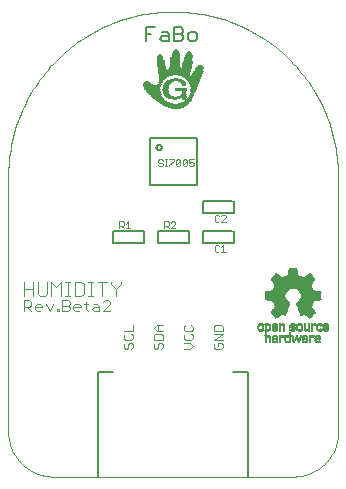
<source format=gto>
G75*
%MOIN*%
%OFA0B0*%
%FSLAX25Y25*%
%IPPOS*%
%LPD*%
%AMOC8*
5,1,8,0,0,1.08239X$1,22.5*
%
%ADD10C,0.00400*%
%ADD11C,0.00300*%
%ADD12C,0.00500*%
%ADD13C,0.00200*%
%ADD14C,0.00000*%
%ADD15R,0.01012X0.00046*%
%ADD16R,0.01840X0.00046*%
%ADD17R,0.02438X0.00046*%
%ADD18R,0.02852X0.00046*%
%ADD19R,0.03266X0.00046*%
%ADD20R,0.03634X0.00046*%
%ADD21R,0.03910X0.00046*%
%ADD22R,0.04232X0.00046*%
%ADD23R,0.04462X0.00046*%
%ADD24R,0.04738X0.00046*%
%ADD25R,0.04968X0.00046*%
%ADD26R,0.05198X0.00046*%
%ADD27R,0.05428X0.00046*%
%ADD28R,0.05612X0.00046*%
%ADD29R,0.05750X0.00046*%
%ADD30R,0.05980X0.00046*%
%ADD31R,0.06164X0.00046*%
%ADD32R,0.06394X0.00046*%
%ADD33R,0.06532X0.00046*%
%ADD34R,0.06716X0.00046*%
%ADD35R,0.06854X0.00046*%
%ADD36R,0.07038X0.00046*%
%ADD37R,0.07176X0.00046*%
%ADD38R,0.07360X0.00046*%
%ADD39R,0.07498X0.00046*%
%ADD40R,0.07636X0.00046*%
%ADD41R,0.07774X0.00046*%
%ADD42R,0.07958X0.00046*%
%ADD43R,0.08096X0.00046*%
%ADD44R,0.08234X0.00046*%
%ADD45R,0.08326X0.00046*%
%ADD46R,0.08464X0.00046*%
%ADD47R,0.08602X0.00046*%
%ADD48R,0.04048X0.00046*%
%ADD49R,0.03496X0.00046*%
%ADD50R,0.03772X0.00046*%
%ADD51R,0.03174X0.00046*%
%ADD52R,0.03588X0.00046*%
%ADD53R,0.03036X0.00046*%
%ADD54R,0.03542X0.00046*%
%ADD55R,0.03404X0.00046*%
%ADD56R,0.02760X0.00046*%
%ADD57R,0.03312X0.00046*%
%ADD58R,0.02668X0.00046*%
%ADD59R,0.03220X0.00046*%
%ADD60R,0.02576X0.00046*%
%ADD61R,0.03220X0.00046*%
%ADD62R,0.02484X0.00046*%
%ADD63R,0.03128X0.00046*%
%ADD64R,0.02346X0.00046*%
%ADD65R,0.02300X0.00046*%
%ADD66R,0.02254X0.00046*%
%ADD67R,0.02990X0.00046*%
%ADD68R,0.02162X0.00046*%
%ADD69R,0.02944X0.00046*%
%ADD70R,0.02116X0.00046*%
%ADD71R,0.02070X0.00046*%
%ADD72R,0.02024X0.00046*%
%ADD73R,0.02898X0.00046*%
%ADD74R,0.01978X0.00046*%
%ADD75R,0.01932X0.00046*%
%ADD76R,0.02898X0.00046*%
%ADD77R,0.01886X0.00046*%
%ADD78R,0.01840X0.00046*%
%ADD79R,0.01794X0.00046*%
%ADD80R,0.01748X0.00046*%
%ADD81R,0.01702X0.00046*%
%ADD82R,0.01656X0.00046*%
%ADD83R,0.01564X0.00046*%
%ADD84R,0.01610X0.00046*%
%ADD85R,0.02990X0.00046*%
%ADD86R,0.00506X0.00046*%
%ADD87R,0.01288X0.00046*%
%ADD88R,0.01518X0.00046*%
%ADD89R,0.01564X0.00046*%
%ADD90R,0.01334X0.00046*%
%ADD91R,0.01380X0.00046*%
%ADD92R,0.03082X0.00046*%
%ADD93R,0.01426X0.00046*%
%ADD94R,0.03818X0.00046*%
%ADD95R,0.04002X0.00046*%
%ADD96R,0.01472X0.00046*%
%ADD97R,0.04278X0.00046*%
%ADD98R,0.04462X0.00046*%
%ADD99R,0.04600X0.00046*%
%ADD100R,0.04784X0.00046*%
%ADD101R,0.01426X0.00046*%
%ADD102R,0.06440X0.00046*%
%ADD103R,0.06486X0.00046*%
%ADD104R,0.06578X0.00046*%
%ADD105R,0.02208X0.00046*%
%ADD106R,0.02714X0.00046*%
%ADD107R,0.03358X0.00046*%
%ADD108R,0.02070X0.00046*%
%ADD109R,0.03404X0.00046*%
%ADD110R,0.03450X0.00046*%
%ADD111R,0.01978X0.00046*%
%ADD112R,0.03634X0.00046*%
%ADD113R,0.03680X0.00046*%
%ADD114R,0.03726X0.00046*%
%ADD115R,0.03864X0.00046*%
%ADD116R,0.03956X0.00046*%
%ADD117R,0.04094X0.00046*%
%ADD118R,0.04140X0.00046*%
%ADD119R,0.04140X0.00046*%
%ADD120R,0.04186X0.00046*%
%ADD121R,0.01748X0.00046*%
%ADD122R,0.04324X0.00046*%
%ADD123R,0.04370X0.00046*%
%ADD124R,0.04416X0.00046*%
%ADD125R,0.04508X0.00046*%
%ADD126R,0.01656X0.00046*%
%ADD127R,0.04554X0.00046*%
%ADD128R,0.04646X0.00046*%
%ADD129R,0.04692X0.00046*%
%ADD130R,0.04784X0.00046*%
%ADD131R,0.04830X0.00046*%
%ADD132R,0.04876X0.00046*%
%ADD133R,0.04922X0.00046*%
%ADD134R,0.05014X0.00046*%
%ADD135R,0.05060X0.00046*%
%ADD136R,0.05106X0.00046*%
%ADD137R,0.05152X0.00046*%
%ADD138R,0.05244X0.00046*%
%ADD139R,0.05290X0.00046*%
%ADD140R,0.05382X0.00046*%
%ADD141R,0.02162X0.00046*%
%ADD142R,0.05474X0.00046*%
%ADD143R,0.05520X0.00046*%
%ADD144R,0.05566X0.00046*%
%ADD145R,0.05612X0.00046*%
%ADD146R,0.02392X0.00046*%
%ADD147R,0.05658X0.00046*%
%ADD148R,0.05704X0.00046*%
%ADD149R,0.02484X0.00046*%
%ADD150R,0.02530X0.00046*%
%ADD151R,0.05796X0.00046*%
%ADD152R,0.01242X0.00046*%
%ADD153R,0.01150X0.00046*%
%ADD154R,0.01104X0.00046*%
%ADD155R,0.02806X0.00046*%
%ADD156R,0.01058X0.00046*%
%ADD157R,0.01012X0.00046*%
%ADD158R,0.00966X0.00046*%
%ADD159R,0.02622X0.00046*%
%ADD160R,0.02576X0.00046*%
%ADD161R,0.02392X0.00046*%
%ADD162R,0.01334X0.00046*%
%ADD163R,0.00874X0.00046*%
%ADD164R,0.03726X0.00046*%
%ADD165R,0.00552X0.00046*%
%ADD166R,0.01196X0.00046*%
%ADD167R,0.01242X0.00046*%
%ADD168R,0.05336X0.00046*%
%ADD169R,0.02668X0.00046*%
%ADD170R,0.04876X0.00046*%
%ADD171R,0.05290X0.00046*%
%ADD172R,0.05520X0.00046*%
%ADD173R,0.05704X0.00046*%
%ADD174R,0.05888X0.00046*%
%ADD175R,0.05934X0.00046*%
%ADD176R,0.02806X0.00046*%
%ADD177R,0.06026X0.00046*%
%ADD178R,0.06164X0.00046*%
%ADD179R,0.06256X0.00046*%
%ADD180R,0.06348X0.00046*%
%ADD181R,0.03128X0.00046*%
%ADD182R,0.03956X0.00046*%
%ADD183R,0.10258X0.00046*%
%ADD184R,0.10304X0.00046*%
%ADD185R,0.10350X0.00046*%
%ADD186R,0.10396X0.00046*%
%ADD187R,0.10442X0.00046*%
%ADD188R,0.10488X0.00046*%
%ADD189R,0.10534X0.00046*%
%ADD190R,0.10580X0.00046*%
%ADD191R,0.07406X0.00046*%
%ADD192R,0.00736X0.00046*%
%ADD193R,0.03312X0.00046*%
%ADD194R,0.00920X0.00046*%
%ADD195R,0.00828X0.00046*%
%ADD196R,0.00690X0.00046*%
%ADD197R,0.00230X0.00046*%
%ADD198R,0.00782X0.00046*%
%ADD199R,0.00644X0.00046*%
%ADD200R,0.00276X0.00046*%
%ADD201R,0.00414X0.00046*%
%ADD202R,0.00650X0.00050*%
%ADD203R,0.00950X0.00050*%
%ADD204R,0.00800X0.00050*%
%ADD205R,0.00550X0.00050*%
%ADD206R,0.00600X0.00050*%
%ADD207R,0.01750X0.00050*%
%ADD208R,0.01000X0.00050*%
%ADD209R,0.01200X0.00050*%
%ADD210R,0.01800X0.00050*%
%ADD211R,0.01350X0.00050*%
%ADD212R,0.01900X0.00050*%
%ADD213R,0.00700X0.00050*%
%ADD214R,0.01850X0.00050*%
%ADD215R,0.01500X0.00050*%
%ADD216R,0.01950X0.00050*%
%ADD217R,0.01650X0.00050*%
%ADD218R,0.00750X0.00050*%
%ADD219R,0.02000X0.00050*%
%ADD220R,0.02050X0.00050*%
%ADD221R,0.00850X0.00050*%
%ADD222R,0.02100X0.00050*%
%ADD223R,0.00900X0.00050*%
%ADD224R,0.00450X0.00050*%
%ADD225R,0.00300X0.00050*%
%ADD226R,0.00200X0.00050*%
%ADD227R,0.01050X0.00050*%
%ADD228R,0.00100X0.00050*%
%ADD229R,0.01100X0.00050*%
%ADD230R,0.01150X0.00050*%
%ADD231R,0.02200X0.00050*%
%ADD232R,0.01250X0.00050*%
%ADD233R,0.00150X0.00050*%
%ADD234R,0.00250X0.00050*%
%ADD235R,0.00500X0.00050*%
%ADD236R,0.01550X0.00050*%
%ADD237R,0.01600X0.00050*%
%ADD238R,0.01700X0.00050*%
%ADD239R,0.01400X0.00050*%
%ADD240R,0.01300X0.00050*%
%ADD241R,0.00400X0.00050*%
%ADD242R,0.01450X0.00050*%
%ADD243R,0.02150X0.00050*%
%ADD244R,0.00350X0.00050*%
%ADD245R,0.00050X0.00050*%
%ADD246R,0.02250X0.00050*%
%ADD247R,0.02400X0.00050*%
%ADD248R,0.02500X0.00050*%
%ADD249R,0.02650X0.00050*%
%ADD250R,0.02750X0.00050*%
%ADD251R,0.02900X0.00050*%
%ADD252R,0.03000X0.00050*%
%ADD253R,0.03150X0.00050*%
%ADD254R,0.03250X0.00050*%
%ADD255R,0.04600X0.00050*%
%ADD256R,0.04650X0.00050*%
%ADD257R,0.04750X0.00050*%
%ADD258R,0.04800X0.00050*%
%ADD259R,0.04900X0.00050*%
%ADD260R,0.04950X0.00050*%
%ADD261R,0.05000X0.00050*%
%ADD262R,0.05100X0.00050*%
%ADD263R,0.05150X0.00050*%
%ADD264R,0.05200X0.00050*%
%ADD265R,0.05250X0.00050*%
%ADD266R,0.05050X0.00050*%
%ADD267R,0.04850X0.00050*%
%ADD268R,0.05300X0.00050*%
%ADD269R,0.05350X0.00050*%
%ADD270R,0.05450X0.00050*%
%ADD271R,0.05500X0.00050*%
%ADD272R,0.05550X0.00050*%
%ADD273R,0.05650X0.00050*%
%ADD274R,0.05600X0.00050*%
%ADD275R,0.05400X0.00050*%
%ADD276R,0.05700X0.00050*%
%ADD277R,0.05900X0.00050*%
%ADD278R,0.06150X0.00050*%
%ADD279R,0.06350X0.00050*%
%ADD280R,0.06550X0.00050*%
%ADD281R,0.06850X0.00050*%
%ADD282R,0.07050X0.00050*%
%ADD283R,0.07100X0.00050*%
%ADD284R,0.07000X0.00050*%
%ADD285R,0.06950X0.00050*%
%ADD286R,0.06900X0.00050*%
%ADD287R,0.06800X0.00050*%
%ADD288R,0.06600X0.00050*%
%ADD289R,0.05750X0.00050*%
%ADD290R,0.06050X0.00050*%
%ADD291R,0.13050X0.00050*%
%ADD292R,0.12950X0.00050*%
%ADD293R,0.12850X0.00050*%
%ADD294R,0.12750X0.00050*%
%ADD295R,0.12650X0.00050*%
%ADD296R,0.12550X0.00050*%
%ADD297R,0.12450X0.00050*%
%ADD298R,0.12350X0.00050*%
%ADD299R,0.12250X0.00050*%
%ADD300R,0.12150X0.00050*%
%ADD301R,0.13150X0.00050*%
%ADD302R,0.13250X0.00050*%
%ADD303R,0.13350X0.00050*%
%ADD304R,0.13450X0.00050*%
%ADD305R,0.13550X0.00050*%
%ADD306R,0.13650X0.00050*%
%ADD307R,0.13750X0.00050*%
%ADD308R,0.13850X0.00050*%
%ADD309R,0.13950X0.00050*%
%ADD310R,0.14050X0.00050*%
%ADD311R,0.14150X0.00050*%
%ADD312R,0.14250X0.00050*%
%ADD313R,0.14350X0.00050*%
%ADD314R,0.14450X0.00050*%
%ADD315R,0.14550X0.00050*%
%ADD316R,0.14650X0.00050*%
%ADD317R,0.14750X0.00050*%
%ADD318R,0.14850X0.00050*%
%ADD319R,0.14950X0.00050*%
%ADD320R,0.03450X0.00050*%
%ADD321R,0.06750X0.00050*%
%ADD322R,0.03300X0.00050*%
%ADD323R,0.06450X0.00050*%
%ADD324R,0.03200X0.00050*%
%ADD325R,0.06250X0.00050*%
%ADD326R,0.03050X0.00050*%
%ADD327R,0.05950X0.00050*%
%ADD328R,0.02950X0.00050*%
%ADD329R,0.02850X0.00050*%
%ADD330R,0.02800X0.00050*%
%ADD331R,0.02700X0.00050*%
%ADD332R,0.02600X0.00050*%
%ADD333R,0.02450X0.00050*%
%ADD334R,0.02350X0.00050*%
%ADD335R,0.04550X0.00050*%
%ADD336R,0.04250X0.00050*%
%ADD337R,0.04050X0.00050*%
%ADD338R,0.03750X0.00050*%
%ADD339R,0.03650X0.00050*%
%ADD340R,0.03550X0.00050*%
%ADD341R,0.03350X0.00050*%
D10*
X0012000Y0079206D02*
X0012000Y0083810D01*
X0012000Y0081508D02*
X0015069Y0081508D01*
X0016604Y0079973D02*
X0017371Y0079206D01*
X0018906Y0079206D01*
X0019673Y0079973D01*
X0019673Y0083810D01*
X0021208Y0083810D02*
X0022742Y0082275D01*
X0024277Y0083810D01*
X0024277Y0079206D01*
X0025812Y0079206D02*
X0027346Y0079206D01*
X0026579Y0079206D02*
X0026579Y0083810D01*
X0025812Y0083810D02*
X0027346Y0083810D01*
X0028881Y0083810D02*
X0031183Y0083810D01*
X0031950Y0083043D01*
X0031950Y0079973D01*
X0031183Y0079206D01*
X0028881Y0079206D01*
X0028881Y0083810D01*
X0033485Y0083810D02*
X0035020Y0083810D01*
X0034252Y0083810D02*
X0034252Y0079206D01*
X0033485Y0079206D02*
X0035020Y0079206D01*
X0038089Y0079206D02*
X0038089Y0083810D01*
X0036554Y0083810D02*
X0039624Y0083810D01*
X0041158Y0083810D02*
X0041158Y0083043D01*
X0042693Y0081508D01*
X0042693Y0079206D01*
X0042693Y0081508D02*
X0044227Y0083043D01*
X0044227Y0083810D01*
X0021208Y0083810D02*
X0021208Y0079206D01*
X0016604Y0079973D02*
X0016604Y0083810D01*
X0015069Y0083810D02*
X0015069Y0079206D01*
D11*
X0013802Y0077859D02*
X0014419Y0077242D01*
X0014419Y0076007D01*
X0013802Y0075390D01*
X0011950Y0075390D01*
X0011950Y0074156D02*
X0011950Y0077859D01*
X0013802Y0077859D01*
X0015633Y0076007D02*
X0016250Y0076625D01*
X0017485Y0076625D01*
X0018102Y0076007D01*
X0018102Y0075390D01*
X0015633Y0075390D01*
X0015633Y0074773D02*
X0015633Y0076007D01*
X0015633Y0074773D02*
X0016250Y0074156D01*
X0017485Y0074156D01*
X0020551Y0074156D02*
X0019316Y0076625D01*
X0021785Y0076625D02*
X0020551Y0074156D01*
X0022999Y0074156D02*
X0023617Y0074156D01*
X0023617Y0074773D01*
X0022999Y0074773D01*
X0022999Y0074156D01*
X0024841Y0074156D02*
X0024841Y0077859D01*
X0026693Y0077859D01*
X0027310Y0077242D01*
X0027310Y0076625D01*
X0026693Y0076007D01*
X0024841Y0076007D01*
X0024841Y0074156D02*
X0026693Y0074156D01*
X0027310Y0074773D01*
X0027310Y0075390D01*
X0026693Y0076007D01*
X0028524Y0076007D02*
X0028524Y0074773D01*
X0029141Y0074156D01*
X0030376Y0074156D01*
X0030993Y0075390D02*
X0030993Y0076007D01*
X0030376Y0076625D01*
X0029141Y0076625D01*
X0028524Y0076007D01*
X0028524Y0075390D02*
X0030993Y0075390D01*
X0032207Y0076625D02*
X0033442Y0076625D01*
X0032824Y0077242D02*
X0032824Y0074773D01*
X0033442Y0074156D01*
X0034663Y0074773D02*
X0035280Y0075390D01*
X0037131Y0075390D01*
X0037131Y0076007D02*
X0037131Y0074156D01*
X0035280Y0074156D01*
X0034663Y0074773D01*
X0035280Y0076625D02*
X0036514Y0076625D01*
X0037131Y0076007D01*
X0038346Y0077242D02*
X0038963Y0077859D01*
X0040197Y0077859D01*
X0040815Y0077242D01*
X0040815Y0076625D01*
X0038346Y0074156D01*
X0040815Y0074156D01*
X0045348Y0067549D02*
X0048250Y0067549D01*
X0048250Y0069484D01*
X0047766Y0066537D02*
X0048250Y0066054D01*
X0048250Y0065086D01*
X0047766Y0064602D01*
X0045831Y0064602D01*
X0045348Y0065086D01*
X0045348Y0066054D01*
X0045831Y0066537D01*
X0045831Y0063591D02*
X0045348Y0063107D01*
X0045348Y0062140D01*
X0045831Y0061656D01*
X0046315Y0061656D01*
X0046799Y0062140D01*
X0046799Y0063107D01*
X0047283Y0063591D01*
X0047766Y0063591D01*
X0048250Y0063107D01*
X0048250Y0062140D01*
X0047766Y0061656D01*
X0055348Y0062140D02*
X0055831Y0061656D01*
X0056315Y0061656D01*
X0056799Y0062140D01*
X0056799Y0063107D01*
X0057283Y0063591D01*
X0057766Y0063591D01*
X0058250Y0063107D01*
X0058250Y0062140D01*
X0057766Y0061656D01*
X0055831Y0063591D02*
X0055348Y0063107D01*
X0055348Y0062140D01*
X0055348Y0064602D02*
X0055348Y0066054D01*
X0055831Y0066537D01*
X0057766Y0066537D01*
X0058250Y0066054D01*
X0058250Y0064602D01*
X0055348Y0064602D01*
X0056315Y0067549D02*
X0055348Y0068516D01*
X0056315Y0069484D01*
X0058250Y0069484D01*
X0058250Y0067549D02*
X0056315Y0067549D01*
X0056799Y0067549D02*
X0056799Y0069484D01*
X0065348Y0069000D02*
X0065348Y0068033D01*
X0065831Y0067549D01*
X0067766Y0067549D01*
X0068250Y0068033D01*
X0068250Y0069000D01*
X0067766Y0069484D01*
X0065831Y0069484D02*
X0065348Y0069000D01*
X0065831Y0066537D02*
X0065348Y0066054D01*
X0065348Y0065086D01*
X0065831Y0064602D01*
X0067766Y0064602D01*
X0068250Y0065086D01*
X0068250Y0066054D01*
X0067766Y0066537D01*
X0067283Y0063591D02*
X0065348Y0063591D01*
X0065348Y0061656D02*
X0067283Y0061656D01*
X0068250Y0062623D01*
X0067283Y0063591D01*
X0075348Y0063107D02*
X0075348Y0062140D01*
X0075831Y0061656D01*
X0077766Y0061656D01*
X0078250Y0062140D01*
X0078250Y0063107D01*
X0077766Y0063591D01*
X0076799Y0063591D01*
X0076799Y0062623D01*
X0075831Y0063591D02*
X0075348Y0063107D01*
X0075348Y0064602D02*
X0078250Y0066537D01*
X0075348Y0066537D01*
X0075348Y0067549D02*
X0075348Y0069000D01*
X0075831Y0069484D01*
X0077766Y0069484D01*
X0078250Y0069000D01*
X0078250Y0067549D01*
X0075348Y0067549D01*
X0075348Y0064602D02*
X0078250Y0064602D01*
X0014419Y0074156D02*
X0013184Y0075390D01*
D12*
X0036800Y0054006D02*
X0041800Y0054006D01*
X0036800Y0054006D02*
X0036800Y0019006D01*
X0081800Y0054006D02*
X0086800Y0054006D01*
X0086800Y0019006D01*
X0081918Y0097037D02*
X0071682Y0097037D01*
X0071682Y0100974D01*
X0081524Y0100974D01*
X0081918Y0100974D02*
X0081918Y0097037D01*
X0081918Y0107037D02*
X0081918Y0110974D01*
X0081524Y0110974D02*
X0071682Y0110974D01*
X0071682Y0107037D01*
X0081918Y0107037D01*
X0069674Y0116132D02*
X0069674Y0131880D01*
X0053926Y0131880D01*
X0053926Y0116132D01*
X0069674Y0116132D01*
X0066918Y0100974D02*
X0056682Y0100974D01*
X0056682Y0097037D01*
X0057076Y0097037D02*
X0066918Y0097037D01*
X0066918Y0100974D01*
X0051918Y0100974D02*
X0051918Y0097037D01*
X0042076Y0097037D01*
X0041682Y0097037D02*
X0041682Y0100974D01*
X0051918Y0100974D01*
X0056196Y0128730D02*
X0056198Y0128789D01*
X0056204Y0128847D01*
X0056214Y0128905D01*
X0056227Y0128962D01*
X0056245Y0129019D01*
X0056266Y0129074D01*
X0056291Y0129127D01*
X0056319Y0129178D01*
X0056350Y0129228D01*
X0056385Y0129275D01*
X0056423Y0129320D01*
X0056464Y0129363D01*
X0056508Y0129402D01*
X0056554Y0129438D01*
X0056602Y0129472D01*
X0056653Y0129502D01*
X0056706Y0129528D01*
X0056760Y0129551D01*
X0056815Y0129570D01*
X0056872Y0129586D01*
X0056930Y0129598D01*
X0056988Y0129606D01*
X0057047Y0129610D01*
X0057105Y0129610D01*
X0057164Y0129606D01*
X0057222Y0129598D01*
X0057280Y0129586D01*
X0057337Y0129570D01*
X0057392Y0129551D01*
X0057446Y0129528D01*
X0057499Y0129502D01*
X0057550Y0129472D01*
X0057598Y0129438D01*
X0057644Y0129402D01*
X0057688Y0129363D01*
X0057729Y0129320D01*
X0057767Y0129275D01*
X0057802Y0129228D01*
X0057833Y0129178D01*
X0057861Y0129127D01*
X0057886Y0129074D01*
X0057907Y0129019D01*
X0057925Y0128962D01*
X0057938Y0128905D01*
X0057948Y0128847D01*
X0057954Y0128789D01*
X0057956Y0128730D01*
X0057954Y0128671D01*
X0057948Y0128613D01*
X0057938Y0128555D01*
X0057925Y0128498D01*
X0057907Y0128441D01*
X0057886Y0128386D01*
X0057861Y0128333D01*
X0057833Y0128282D01*
X0057802Y0128232D01*
X0057767Y0128185D01*
X0057729Y0128140D01*
X0057688Y0128097D01*
X0057644Y0128058D01*
X0057598Y0128022D01*
X0057550Y0127988D01*
X0057499Y0127958D01*
X0057446Y0127932D01*
X0057392Y0127909D01*
X0057337Y0127890D01*
X0057280Y0127874D01*
X0057222Y0127862D01*
X0057164Y0127854D01*
X0057105Y0127850D01*
X0057047Y0127850D01*
X0056988Y0127854D01*
X0056930Y0127862D01*
X0056872Y0127874D01*
X0056815Y0127890D01*
X0056760Y0127909D01*
X0056706Y0127932D01*
X0056653Y0127958D01*
X0056602Y0127988D01*
X0056554Y0128022D01*
X0056508Y0128058D01*
X0056464Y0128097D01*
X0056423Y0128140D01*
X0056385Y0128185D01*
X0056350Y0128232D01*
X0056319Y0128282D01*
X0056291Y0128333D01*
X0056266Y0128386D01*
X0056245Y0128441D01*
X0056227Y0128498D01*
X0056214Y0128555D01*
X0056204Y0128613D01*
X0056198Y0128671D01*
X0056196Y0128730D01*
X0058197Y0164256D02*
X0057446Y0165007D01*
X0058197Y0165757D01*
X0060449Y0165757D01*
X0060449Y0166508D02*
X0060449Y0164256D01*
X0058197Y0164256D01*
X0058197Y0167258D02*
X0059698Y0167258D01*
X0060449Y0166508D01*
X0062050Y0166508D02*
X0064302Y0166508D01*
X0065053Y0165757D01*
X0065053Y0165007D01*
X0064302Y0164256D01*
X0062050Y0164256D01*
X0062050Y0168760D01*
X0064302Y0168760D01*
X0065053Y0168009D01*
X0065053Y0167258D01*
X0064302Y0166508D01*
X0066654Y0166508D02*
X0066654Y0165007D01*
X0067405Y0164256D01*
X0068906Y0164256D01*
X0069656Y0165007D01*
X0069656Y0166508D01*
X0068906Y0167258D01*
X0067405Y0167258D01*
X0066654Y0166508D01*
X0055845Y0168760D02*
X0052842Y0168760D01*
X0052842Y0164256D01*
X0052842Y0166508D02*
X0054343Y0166508D01*
D13*
X0057149Y0124733D02*
X0056782Y0124366D01*
X0056782Y0123999D01*
X0057149Y0123632D01*
X0057883Y0123632D01*
X0058250Y0123265D01*
X0058250Y0122898D01*
X0057883Y0122531D01*
X0057149Y0122531D01*
X0056782Y0122898D01*
X0057149Y0124733D02*
X0057883Y0124733D01*
X0058250Y0124366D01*
X0058992Y0124733D02*
X0059726Y0124733D01*
X0059359Y0124733D02*
X0059359Y0122531D01*
X0058992Y0122531D02*
X0059726Y0122531D01*
X0060465Y0122531D02*
X0060465Y0122898D01*
X0061933Y0124366D01*
X0061933Y0124733D01*
X0060465Y0124733D01*
X0062675Y0124366D02*
X0062675Y0122898D01*
X0064143Y0124366D01*
X0064143Y0122898D01*
X0063776Y0122531D01*
X0063042Y0122531D01*
X0062675Y0122898D01*
X0062675Y0124366D02*
X0063042Y0124733D01*
X0063776Y0124733D01*
X0064143Y0124366D01*
X0064885Y0124366D02*
X0064885Y0122898D01*
X0066353Y0124366D01*
X0066353Y0122898D01*
X0065986Y0122531D01*
X0065252Y0122531D01*
X0064885Y0122898D01*
X0064885Y0124366D02*
X0065252Y0124733D01*
X0065986Y0124733D01*
X0066353Y0124366D01*
X0067095Y0124733D02*
X0067095Y0123632D01*
X0067829Y0123999D01*
X0068196Y0123999D01*
X0068563Y0123632D01*
X0068563Y0122898D01*
X0068196Y0122531D01*
X0067462Y0122531D01*
X0067095Y0122898D01*
X0067095Y0124733D02*
X0068563Y0124733D01*
X0075965Y0106152D02*
X0075598Y0105785D01*
X0075598Y0104317D01*
X0075965Y0103950D01*
X0076699Y0103950D01*
X0077066Y0104317D01*
X0077808Y0103950D02*
X0079276Y0105418D01*
X0079276Y0105785D01*
X0078909Y0106152D01*
X0078175Y0106152D01*
X0077808Y0105785D01*
X0077066Y0105785D02*
X0076699Y0106152D01*
X0075965Y0106152D01*
X0077808Y0103950D02*
X0079276Y0103950D01*
X0078542Y0096152D02*
X0078542Y0093950D01*
X0077808Y0093950D02*
X0079276Y0093950D01*
X0077808Y0095418D02*
X0078542Y0096152D01*
X0077066Y0095785D02*
X0076699Y0096152D01*
X0075965Y0096152D01*
X0075598Y0095785D01*
X0075598Y0094317D01*
X0075965Y0093950D01*
X0076699Y0093950D01*
X0077066Y0094317D01*
X0062460Y0101862D02*
X0060992Y0101862D01*
X0062460Y0103330D01*
X0062460Y0103697D01*
X0062093Y0104064D01*
X0061359Y0104064D01*
X0060992Y0103697D01*
X0060250Y0103697D02*
X0060250Y0102963D01*
X0059883Y0102596D01*
X0058782Y0102596D01*
X0059516Y0102596D02*
X0060250Y0101862D01*
X0058782Y0101862D02*
X0058782Y0104064D01*
X0059883Y0104064D01*
X0060250Y0103697D01*
X0047460Y0101862D02*
X0045992Y0101862D01*
X0046726Y0101862D02*
X0046726Y0104064D01*
X0045992Y0103330D01*
X0045250Y0103697D02*
X0045250Y0102963D01*
X0044883Y0102596D01*
X0043782Y0102596D01*
X0044516Y0102596D02*
X0045250Y0101862D01*
X0043782Y0101862D02*
X0043782Y0104064D01*
X0044883Y0104064D01*
X0045250Y0103697D01*
D14*
X0021800Y0019006D02*
X0101800Y0019006D01*
X0102162Y0019010D01*
X0102525Y0019024D01*
X0102887Y0019045D01*
X0103248Y0019076D01*
X0103608Y0019115D01*
X0103967Y0019163D01*
X0104325Y0019220D01*
X0104682Y0019285D01*
X0105037Y0019359D01*
X0105390Y0019442D01*
X0105741Y0019533D01*
X0106089Y0019632D01*
X0106435Y0019740D01*
X0106779Y0019856D01*
X0107119Y0019981D01*
X0107456Y0020113D01*
X0107790Y0020254D01*
X0108121Y0020403D01*
X0108448Y0020560D01*
X0108771Y0020724D01*
X0109090Y0020896D01*
X0109404Y0021076D01*
X0109715Y0021264D01*
X0110020Y0021459D01*
X0110321Y0021661D01*
X0110617Y0021871D01*
X0110907Y0022087D01*
X0111193Y0022311D01*
X0111473Y0022541D01*
X0111747Y0022778D01*
X0112015Y0023022D01*
X0112278Y0023272D01*
X0112534Y0023528D01*
X0112784Y0023791D01*
X0113028Y0024059D01*
X0113265Y0024333D01*
X0113495Y0024613D01*
X0113719Y0024899D01*
X0113935Y0025189D01*
X0114145Y0025485D01*
X0114347Y0025786D01*
X0114542Y0026091D01*
X0114730Y0026402D01*
X0114910Y0026716D01*
X0115082Y0027035D01*
X0115246Y0027358D01*
X0115403Y0027685D01*
X0115552Y0028016D01*
X0115693Y0028350D01*
X0115825Y0028687D01*
X0115950Y0029027D01*
X0116066Y0029371D01*
X0116174Y0029717D01*
X0116273Y0030065D01*
X0116364Y0030416D01*
X0116447Y0030769D01*
X0116521Y0031124D01*
X0116586Y0031481D01*
X0116643Y0031839D01*
X0116691Y0032198D01*
X0116730Y0032558D01*
X0116761Y0032919D01*
X0116782Y0033281D01*
X0116796Y0033644D01*
X0116800Y0034006D01*
X0116800Y0119006D01*
X0116784Y0120345D01*
X0116735Y0121684D01*
X0116653Y0123021D01*
X0116539Y0124355D01*
X0116393Y0125687D01*
X0116214Y0127014D01*
X0116003Y0128337D01*
X0115759Y0129654D01*
X0115484Y0130965D01*
X0115177Y0132268D01*
X0114838Y0133564D01*
X0114468Y0134851D01*
X0114067Y0136129D01*
X0113634Y0137397D01*
X0113171Y0138654D01*
X0112677Y0139899D01*
X0112153Y0141132D01*
X0111600Y0142351D01*
X0111016Y0143557D01*
X0110404Y0144748D01*
X0109763Y0145924D01*
X0109093Y0147084D01*
X0108395Y0148227D01*
X0107670Y0149353D01*
X0106917Y0150461D01*
X0106138Y0151551D01*
X0105332Y0152621D01*
X0104501Y0153671D01*
X0103644Y0154700D01*
X0102762Y0155709D01*
X0101857Y0156695D01*
X0100927Y0157659D01*
X0099974Y0158601D01*
X0098999Y0159519D01*
X0098001Y0160412D01*
X0096982Y0161282D01*
X0095942Y0162126D01*
X0094882Y0162944D01*
X0093802Y0163737D01*
X0092704Y0164503D01*
X0091586Y0165242D01*
X0090452Y0165954D01*
X0089300Y0166637D01*
X0088132Y0167293D01*
X0086948Y0167920D01*
X0085750Y0168518D01*
X0084537Y0169086D01*
X0083311Y0169625D01*
X0082072Y0170134D01*
X0080821Y0170612D01*
X0079558Y0171060D01*
X0078286Y0171477D01*
X0077003Y0171863D01*
X0075711Y0172218D01*
X0074411Y0172541D01*
X0073104Y0172832D01*
X0071790Y0173091D01*
X0070470Y0173318D01*
X0069145Y0173513D01*
X0067815Y0173676D01*
X0066482Y0173806D01*
X0065147Y0173904D01*
X0063809Y0173969D01*
X0062470Y0174002D01*
X0061130Y0174002D01*
X0059791Y0173969D01*
X0058453Y0173904D01*
X0057118Y0173806D01*
X0055785Y0173676D01*
X0054455Y0173513D01*
X0053130Y0173318D01*
X0051810Y0173091D01*
X0050496Y0172832D01*
X0049189Y0172541D01*
X0047889Y0172218D01*
X0046597Y0171863D01*
X0045314Y0171477D01*
X0044042Y0171060D01*
X0042779Y0170612D01*
X0041528Y0170134D01*
X0040289Y0169625D01*
X0039063Y0169086D01*
X0037850Y0168518D01*
X0036652Y0167920D01*
X0035468Y0167293D01*
X0034300Y0166637D01*
X0033148Y0165954D01*
X0032014Y0165242D01*
X0030896Y0164503D01*
X0029798Y0163737D01*
X0028718Y0162944D01*
X0027658Y0162126D01*
X0026618Y0161282D01*
X0025599Y0160412D01*
X0024601Y0159519D01*
X0023626Y0158601D01*
X0022673Y0157659D01*
X0021743Y0156695D01*
X0020838Y0155709D01*
X0019956Y0154700D01*
X0019099Y0153671D01*
X0018268Y0152621D01*
X0017462Y0151551D01*
X0016683Y0150461D01*
X0015930Y0149353D01*
X0015205Y0148227D01*
X0014507Y0147084D01*
X0013837Y0145924D01*
X0013196Y0144748D01*
X0012584Y0143557D01*
X0012000Y0142351D01*
X0011447Y0141132D01*
X0010923Y0139899D01*
X0010429Y0138654D01*
X0009966Y0137397D01*
X0009533Y0136129D01*
X0009132Y0134851D01*
X0008762Y0133564D01*
X0008423Y0132268D01*
X0008116Y0130965D01*
X0007841Y0129654D01*
X0007597Y0128337D01*
X0007386Y0127014D01*
X0007207Y0125687D01*
X0007061Y0124355D01*
X0006947Y0123021D01*
X0006865Y0121684D01*
X0006816Y0120345D01*
X0006800Y0119006D01*
X0006800Y0034006D01*
X0006804Y0033644D01*
X0006818Y0033281D01*
X0006839Y0032919D01*
X0006870Y0032558D01*
X0006909Y0032198D01*
X0006957Y0031839D01*
X0007014Y0031481D01*
X0007079Y0031124D01*
X0007153Y0030769D01*
X0007236Y0030416D01*
X0007327Y0030065D01*
X0007426Y0029717D01*
X0007534Y0029371D01*
X0007650Y0029027D01*
X0007775Y0028687D01*
X0007907Y0028350D01*
X0008048Y0028016D01*
X0008197Y0027685D01*
X0008354Y0027358D01*
X0008518Y0027035D01*
X0008690Y0026716D01*
X0008870Y0026402D01*
X0009058Y0026091D01*
X0009253Y0025786D01*
X0009455Y0025485D01*
X0009665Y0025189D01*
X0009881Y0024899D01*
X0010105Y0024613D01*
X0010335Y0024333D01*
X0010572Y0024059D01*
X0010816Y0023791D01*
X0011066Y0023528D01*
X0011322Y0023272D01*
X0011585Y0023022D01*
X0011853Y0022778D01*
X0012127Y0022541D01*
X0012407Y0022311D01*
X0012693Y0022087D01*
X0012983Y0021871D01*
X0013279Y0021661D01*
X0013580Y0021459D01*
X0013885Y0021264D01*
X0014196Y0021076D01*
X0014510Y0020896D01*
X0014829Y0020724D01*
X0015152Y0020560D01*
X0015479Y0020403D01*
X0015810Y0020254D01*
X0016144Y0020113D01*
X0016481Y0019981D01*
X0016821Y0019856D01*
X0017165Y0019740D01*
X0017511Y0019632D01*
X0017859Y0019533D01*
X0018210Y0019442D01*
X0018563Y0019359D01*
X0018918Y0019285D01*
X0019275Y0019220D01*
X0019633Y0019163D01*
X0019992Y0019115D01*
X0020352Y0019076D01*
X0020713Y0019045D01*
X0021075Y0019024D01*
X0021438Y0019010D01*
X0021800Y0019006D01*
D15*
X0062679Y0141506D03*
D16*
X0062679Y0141552D03*
X0065209Y0146014D03*
X0066635Y0144082D03*
X0068521Y0147762D03*
X0068521Y0147808D03*
X0064703Y0150476D03*
X0059965Y0150016D03*
X0059919Y0149970D03*
X0059827Y0149832D03*
X0059781Y0149786D03*
X0059735Y0149694D03*
X0058079Y0151442D03*
X0059735Y0146060D03*
X0059781Y0146014D03*
X0053065Y0150246D03*
X0062679Y0160320D03*
X0067049Y0159722D03*
D17*
X0066934Y0158940D03*
X0066934Y0158894D03*
X0062656Y0159584D03*
X0062656Y0159630D03*
X0057596Y0157422D03*
X0057596Y0157376D03*
X0057596Y0157330D03*
X0058378Y0151902D03*
X0061046Y0150706D03*
X0060632Y0145416D03*
X0062656Y0141598D03*
X0064910Y0145600D03*
X0065784Y0143392D03*
X0068682Y0148912D03*
X0068682Y0148958D03*
X0053134Y0149924D03*
D18*
X0058079Y0154846D03*
X0058033Y0155030D03*
X0058033Y0155076D03*
X0057987Y0155168D03*
X0057987Y0155214D03*
X0057987Y0155260D03*
X0057941Y0155398D03*
X0057941Y0155444D03*
X0058539Y0152132D03*
X0062587Y0158710D03*
X0062587Y0158756D03*
X0062587Y0158802D03*
X0062587Y0158848D03*
X0065945Y0152362D03*
X0068705Y0149556D03*
X0070407Y0154386D03*
X0070407Y0154432D03*
X0066773Y0157790D03*
X0066773Y0157836D03*
X0066773Y0157882D03*
X0066773Y0157928D03*
X0060931Y0145370D03*
X0062679Y0141644D03*
X0065347Y0143162D03*
X0057711Y0144174D03*
D19*
X0056446Y0145416D03*
X0056400Y0145462D03*
X0058746Y0152316D03*
X0062426Y0157192D03*
X0062426Y0157238D03*
X0062426Y0157284D03*
X0062426Y0157330D03*
X0062426Y0157376D03*
X0068682Y0150062D03*
X0069878Y0153098D03*
X0069878Y0153144D03*
X0069924Y0153190D03*
X0062196Y0144864D03*
X0062656Y0141690D03*
D20*
X0062656Y0141736D03*
X0064312Y0145370D03*
X0053594Y0149234D03*
D21*
X0059022Y0152546D03*
X0062196Y0154248D03*
X0062196Y0154294D03*
X0062196Y0154340D03*
X0062196Y0154386D03*
X0062656Y0141782D03*
D22*
X0062633Y0141828D03*
X0062679Y0151074D03*
X0068567Y0150936D03*
X0055411Y0146796D03*
D23*
X0062610Y0141874D03*
X0068498Y0151120D03*
D24*
X0068452Y0151304D03*
X0062610Y0141920D03*
X0055066Y0147394D03*
D25*
X0054905Y0147762D03*
X0062587Y0141966D03*
X0068383Y0151488D03*
D26*
X0068314Y0151626D03*
X0062610Y0142012D03*
X0054790Y0148084D03*
X0054790Y0148130D03*
D27*
X0054721Y0148406D03*
X0054721Y0148452D03*
X0054721Y0148498D03*
X0062633Y0150752D03*
X0062587Y0142058D03*
D28*
X0062587Y0142104D03*
D29*
X0062564Y0142150D03*
X0054652Y0149096D03*
X0068176Y0151948D03*
D30*
X0062541Y0142196D03*
D31*
X0062541Y0142242D03*
D32*
X0062518Y0142288D03*
D33*
X0062495Y0142334D03*
D34*
X0062495Y0142380D03*
D35*
X0062472Y0142426D03*
D36*
X0062472Y0142472D03*
D37*
X0062449Y0142518D03*
D38*
X0062449Y0142564D03*
X0063783Y0153604D03*
X0063783Y0153650D03*
X0063829Y0153788D03*
D39*
X0062426Y0142610D03*
D40*
X0062403Y0142656D03*
D41*
X0062380Y0142702D03*
D42*
X0062380Y0142748D03*
D43*
X0062357Y0142794D03*
D44*
X0062334Y0142840D03*
D45*
X0062334Y0142886D03*
D46*
X0062311Y0142932D03*
D47*
X0062288Y0142978D03*
D48*
X0059919Y0143024D03*
X0055549Y0146566D03*
X0062219Y0153972D03*
X0068567Y0150798D03*
D49*
X0068659Y0150292D03*
X0069533Y0152546D03*
X0069579Y0152592D03*
X0065577Y0152592D03*
X0062311Y0155950D03*
X0062311Y0155996D03*
X0062311Y0156042D03*
X0062311Y0156088D03*
X0062311Y0156134D03*
X0062311Y0156180D03*
X0056055Y0145876D03*
X0056101Y0145830D03*
X0053525Y0149280D03*
X0064887Y0143024D03*
D50*
X0064243Y0148314D03*
X0062219Y0154662D03*
X0062219Y0154708D03*
X0062219Y0154754D03*
X0062219Y0154800D03*
X0062219Y0154846D03*
X0055779Y0146244D03*
X0055825Y0146198D03*
X0059735Y0143070D03*
D51*
X0056676Y0145140D03*
X0056630Y0145186D03*
X0056584Y0145232D03*
X0053364Y0149464D03*
X0058470Y0153604D03*
X0062472Y0157652D03*
X0062472Y0157698D03*
X0062472Y0157744D03*
X0062472Y0157790D03*
X0062472Y0157836D03*
X0066106Y0154478D03*
X0066060Y0154294D03*
X0066014Y0154156D03*
X0066014Y0154110D03*
X0065968Y0154018D03*
X0065968Y0153972D03*
X0065922Y0153834D03*
X0065738Y0152500D03*
X0070016Y0153420D03*
X0070062Y0153512D03*
X0065094Y0143070D03*
D52*
X0059551Y0143116D03*
X0058907Y0152454D03*
X0062265Y0155444D03*
X0062265Y0155490D03*
X0062265Y0155536D03*
X0062265Y0155582D03*
X0062265Y0155628D03*
X0068659Y0150384D03*
X0069441Y0152408D03*
D53*
X0070223Y0153926D03*
X0070269Y0154018D03*
X0066543Y0156456D03*
X0066543Y0156502D03*
X0066543Y0156548D03*
X0066589Y0156686D03*
X0066589Y0156732D03*
X0066589Y0156778D03*
X0066589Y0156824D03*
X0066635Y0156916D03*
X0066635Y0156962D03*
X0066635Y0157008D03*
X0066635Y0157054D03*
X0062541Y0158250D03*
X0062541Y0158296D03*
X0062541Y0158342D03*
X0062541Y0158388D03*
X0058309Y0154064D03*
X0058309Y0154018D03*
X0058355Y0153972D03*
X0058355Y0153926D03*
X0058631Y0152224D03*
X0053295Y0149556D03*
X0056929Y0144864D03*
X0058631Y0143530D03*
X0058723Y0143484D03*
X0065209Y0143116D03*
X0068705Y0149786D03*
D54*
X0068682Y0150338D03*
X0069464Y0152454D03*
X0069510Y0152500D03*
X0062288Y0155674D03*
X0062288Y0155720D03*
X0062288Y0155766D03*
X0062288Y0155812D03*
X0062288Y0155858D03*
X0062288Y0155904D03*
X0062196Y0144910D03*
X0059436Y0143162D03*
X0056032Y0145922D03*
D55*
X0056239Y0145646D03*
X0056285Y0145600D03*
X0059321Y0143208D03*
X0053479Y0149326D03*
X0069671Y0152730D03*
D56*
X0070453Y0154570D03*
X0066819Y0158112D03*
X0066819Y0158158D03*
X0066819Y0158204D03*
X0062633Y0159032D03*
X0057803Y0156134D03*
X0057803Y0156088D03*
X0057803Y0156042D03*
X0057803Y0155996D03*
X0057849Y0155950D03*
X0057849Y0155904D03*
X0057849Y0155858D03*
X0057849Y0155812D03*
X0053203Y0149740D03*
X0065439Y0143208D03*
X0068705Y0149418D03*
D57*
X0068705Y0150108D03*
X0069763Y0152914D03*
X0069809Y0152960D03*
X0069809Y0153006D03*
X0069855Y0153052D03*
X0065669Y0152546D03*
X0059183Y0143254D03*
X0056377Y0145508D03*
X0053433Y0149372D03*
D58*
X0053203Y0149786D03*
X0057757Y0156364D03*
X0057757Y0156410D03*
X0057757Y0156456D03*
X0057711Y0156548D03*
X0057711Y0156594D03*
X0057711Y0156640D03*
X0062633Y0159170D03*
X0062633Y0159216D03*
X0062633Y0159262D03*
X0066865Y0158480D03*
X0066865Y0158434D03*
X0066865Y0158388D03*
X0070499Y0154708D03*
X0068705Y0149326D03*
X0068705Y0149280D03*
X0068705Y0149234D03*
X0065531Y0143254D03*
D59*
X0068705Y0149970D03*
X0068705Y0150016D03*
X0065945Y0153880D03*
X0065945Y0153926D03*
X0059091Y0143300D03*
X0056469Y0145370D03*
X0053387Y0149418D03*
D60*
X0058447Y0151994D03*
X0057665Y0156824D03*
X0057665Y0156870D03*
X0057665Y0156916D03*
X0057665Y0156962D03*
X0062633Y0159354D03*
X0068705Y0149188D03*
X0068705Y0149142D03*
X0064841Y0145554D03*
X0065623Y0143300D03*
X0062219Y0144772D03*
X0070545Y0154846D03*
D61*
X0070039Y0153466D03*
X0069993Y0153374D03*
X0069993Y0153328D03*
X0069947Y0153282D03*
X0069947Y0153236D03*
X0062449Y0157422D03*
X0062449Y0157468D03*
X0062449Y0157514D03*
X0062449Y0157560D03*
X0062449Y0157606D03*
X0056515Y0145324D03*
X0056561Y0145278D03*
X0058999Y0143346D03*
D62*
X0065715Y0143346D03*
X0062679Y0159538D03*
D63*
X0062495Y0158020D03*
X0062495Y0157974D03*
X0062495Y0157928D03*
X0062495Y0157882D03*
X0066405Y0155812D03*
X0066313Y0155398D03*
X0066313Y0155352D03*
X0066267Y0155168D03*
X0066267Y0155122D03*
X0066221Y0154984D03*
X0066221Y0154938D03*
X0066221Y0154892D03*
X0066175Y0154800D03*
X0066175Y0154754D03*
X0066175Y0154708D03*
X0066129Y0154662D03*
X0066129Y0154616D03*
X0066129Y0154570D03*
X0066129Y0154524D03*
X0066083Y0154432D03*
X0066083Y0154386D03*
X0066083Y0154340D03*
X0066037Y0154248D03*
X0066037Y0154202D03*
X0070085Y0153604D03*
X0070085Y0153558D03*
X0070131Y0153650D03*
X0070131Y0153696D03*
X0068705Y0149924D03*
X0068705Y0149878D03*
X0064565Y0145416D03*
X0062725Y0151258D03*
X0058447Y0153650D03*
X0058447Y0153696D03*
X0058401Y0153788D03*
X0056745Y0145094D03*
X0058815Y0143438D03*
X0058907Y0143392D03*
D64*
X0060540Y0145462D03*
X0064956Y0145646D03*
X0065876Y0143438D03*
X0068682Y0148774D03*
X0068682Y0148820D03*
X0070614Y0155076D03*
X0066980Y0159078D03*
X0066980Y0159124D03*
X0057550Y0157652D03*
X0057550Y0157606D03*
X0057550Y0157560D03*
D65*
X0057527Y0157698D03*
X0057527Y0157744D03*
X0057527Y0157790D03*
X0062679Y0159768D03*
X0062679Y0159814D03*
X0062679Y0159860D03*
X0067003Y0159170D03*
X0070637Y0155168D03*
X0070637Y0155122D03*
X0068659Y0148728D03*
X0068659Y0148682D03*
X0068659Y0148636D03*
X0065945Y0143484D03*
X0064243Y0150706D03*
X0058309Y0151810D03*
X0053111Y0150016D03*
D66*
X0053088Y0150062D03*
X0058286Y0151764D03*
X0060908Y0150660D03*
X0065002Y0145692D03*
X0066014Y0143530D03*
X0070660Y0155214D03*
X0066980Y0159216D03*
X0057504Y0157928D03*
X0057504Y0157882D03*
X0057504Y0157836D03*
D67*
X0058194Y0154432D03*
X0058240Y0154294D03*
X0058240Y0154248D03*
X0056998Y0144818D03*
X0057044Y0144772D03*
X0057090Y0144726D03*
X0057228Y0144588D03*
X0058562Y0143576D03*
X0066612Y0156870D03*
X0066658Y0157100D03*
X0066658Y0157146D03*
X0066658Y0157192D03*
X0066658Y0157238D03*
X0066704Y0157422D03*
X0070292Y0154110D03*
X0070292Y0154064D03*
X0070246Y0153972D03*
X0068728Y0149740D03*
D68*
X0070660Y0155260D03*
X0067026Y0159354D03*
X0062748Y0151350D03*
X0060770Y0150614D03*
X0060310Y0145554D03*
X0062242Y0144726D03*
X0066060Y0143576D03*
X0066106Y0143622D03*
X0057458Y0158066D03*
X0057458Y0158112D03*
X0053088Y0150108D03*
D69*
X0053295Y0149602D03*
X0057297Y0144542D03*
X0057343Y0144496D03*
X0057389Y0144450D03*
X0057435Y0144404D03*
X0058263Y0143760D03*
X0058355Y0143714D03*
X0058401Y0143668D03*
X0058493Y0143622D03*
X0062219Y0144818D03*
X0058585Y0152178D03*
X0058217Y0154340D03*
X0058217Y0154386D03*
X0058171Y0154478D03*
X0058171Y0154524D03*
X0058125Y0154662D03*
X0062587Y0158572D03*
X0066727Y0157560D03*
X0066727Y0157514D03*
X0066727Y0157468D03*
X0066681Y0157376D03*
X0066681Y0157330D03*
X0066681Y0157284D03*
X0065899Y0152408D03*
X0068705Y0149694D03*
X0068705Y0149648D03*
X0070315Y0154156D03*
X0070315Y0154202D03*
X0070361Y0154294D03*
D70*
X0070683Y0155306D03*
X0067003Y0159400D03*
X0062679Y0159998D03*
X0062679Y0160044D03*
X0057435Y0158204D03*
X0057435Y0158158D03*
X0058217Y0151672D03*
X0060701Y0150568D03*
X0065071Y0145784D03*
X0066175Y0143668D03*
X0068613Y0148314D03*
X0068613Y0148360D03*
D71*
X0065094Y0145830D03*
X0066244Y0143714D03*
X0058194Y0151626D03*
X0062702Y0160090D03*
X0070706Y0155352D03*
D72*
X0067049Y0159538D03*
X0062679Y0160136D03*
X0057435Y0158296D03*
X0057435Y0158250D03*
X0058171Y0151580D03*
X0060517Y0150476D03*
X0060149Y0145646D03*
X0066313Y0143760D03*
X0068567Y0148084D03*
X0068567Y0148130D03*
X0053065Y0150154D03*
D73*
X0058056Y0154892D03*
X0058056Y0154938D03*
X0058056Y0154984D03*
X0058102Y0154800D03*
X0058102Y0154754D03*
X0058102Y0154708D03*
X0058148Y0154616D03*
X0058148Y0154570D03*
X0064680Y0145462D03*
X0058194Y0143806D03*
X0058148Y0143852D03*
X0058056Y0143898D03*
X0057826Y0144082D03*
X0057780Y0144128D03*
X0057642Y0144220D03*
X0070338Y0154248D03*
X0070384Y0154340D03*
D74*
X0070706Y0155398D03*
X0067026Y0159584D03*
X0064588Y0150568D03*
X0065140Y0145876D03*
X0066336Y0143806D03*
X0060080Y0145692D03*
X0060310Y0150338D03*
X0057412Y0158342D03*
X0057412Y0158388D03*
X0057412Y0158434D03*
D75*
X0057389Y0158480D03*
X0062679Y0160228D03*
X0067049Y0159630D03*
X0060241Y0150292D03*
X0060195Y0150246D03*
X0060149Y0150200D03*
X0060103Y0150154D03*
X0060057Y0150108D03*
X0065163Y0145922D03*
X0066451Y0143898D03*
X0066405Y0143852D03*
X0068567Y0147946D03*
X0068567Y0147992D03*
X0068567Y0148038D03*
X0053065Y0150200D03*
D76*
X0053272Y0149648D03*
X0057504Y0144358D03*
X0057550Y0144312D03*
X0057596Y0144266D03*
X0057872Y0144036D03*
X0057964Y0143990D03*
X0058010Y0143944D03*
X0058010Y0155122D03*
X0062564Y0158618D03*
X0062564Y0158664D03*
X0066750Y0157744D03*
X0066750Y0157698D03*
X0066750Y0157652D03*
X0066750Y0157606D03*
X0068728Y0149602D03*
D77*
X0068544Y0147900D03*
X0068544Y0147854D03*
X0066520Y0143944D03*
X0065186Y0145968D03*
X0064680Y0150522D03*
X0060034Y0150062D03*
X0059896Y0149924D03*
X0059850Y0149878D03*
X0058102Y0151488D03*
X0059804Y0145968D03*
X0059850Y0145922D03*
X0059896Y0145876D03*
X0059942Y0145830D03*
X0059988Y0145784D03*
X0057366Y0158526D03*
X0062702Y0160274D03*
X0067072Y0159676D03*
X0070752Y0155444D03*
D78*
X0068475Y0147716D03*
X0068475Y0147670D03*
X0068475Y0147624D03*
X0066589Y0144036D03*
X0066543Y0143990D03*
X0059643Y0149556D03*
X0059689Y0149648D03*
X0057389Y0158572D03*
D79*
X0057366Y0158618D03*
X0057366Y0158664D03*
X0058056Y0151396D03*
X0059298Y0148682D03*
X0059344Y0148866D03*
X0059390Y0149004D03*
X0059390Y0149050D03*
X0059436Y0149096D03*
X0059436Y0149142D03*
X0059436Y0149188D03*
X0059482Y0149234D03*
X0059482Y0149280D03*
X0059528Y0149326D03*
X0059528Y0149372D03*
X0059574Y0149418D03*
X0059574Y0149464D03*
X0059620Y0149510D03*
X0059666Y0149602D03*
X0059758Y0149740D03*
X0059528Y0146382D03*
X0059574Y0146290D03*
X0059620Y0146244D03*
X0059620Y0146198D03*
X0059666Y0146152D03*
X0059712Y0146106D03*
X0065232Y0146106D03*
X0065232Y0146060D03*
X0066704Y0144128D03*
X0068452Y0147532D03*
X0068452Y0147578D03*
X0064772Y0150430D03*
X0070752Y0155490D03*
X0067072Y0159768D03*
D80*
X0064841Y0150384D03*
X0064887Y0150338D03*
X0064933Y0150292D03*
X0065255Y0146152D03*
X0066727Y0144174D03*
X0066773Y0144220D03*
X0066819Y0144266D03*
X0059551Y0146336D03*
X0059505Y0146428D03*
X0059505Y0146474D03*
X0059459Y0146520D03*
X0059459Y0146566D03*
X0059413Y0146612D03*
X0059413Y0146658D03*
X0059367Y0146750D03*
X0059367Y0146796D03*
X0059367Y0148912D03*
X0059367Y0148958D03*
X0058033Y0151350D03*
D81*
X0058010Y0151304D03*
X0057964Y0151258D03*
X0059252Y0148452D03*
X0059206Y0148038D03*
X0059206Y0147992D03*
X0059206Y0147946D03*
X0059206Y0147900D03*
X0059206Y0147854D03*
X0059206Y0147808D03*
X0059206Y0147762D03*
X0059206Y0147716D03*
X0059206Y0147670D03*
X0059206Y0147624D03*
X0059206Y0147578D03*
X0059252Y0147394D03*
X0059252Y0147348D03*
X0059252Y0147302D03*
X0059252Y0147256D03*
X0059252Y0147210D03*
X0059298Y0147072D03*
X0059298Y0147026D03*
X0059298Y0146980D03*
X0059344Y0146842D03*
X0059390Y0146704D03*
X0065278Y0146244D03*
X0065278Y0146198D03*
X0066934Y0144404D03*
X0066888Y0144358D03*
X0066842Y0144312D03*
X0068406Y0147302D03*
X0068406Y0147348D03*
X0068406Y0147394D03*
X0065002Y0150200D03*
X0064956Y0150246D03*
X0067072Y0159814D03*
X0067072Y0159860D03*
X0062702Y0160412D03*
D82*
X0062679Y0160458D03*
X0057343Y0158802D03*
X0065025Y0150154D03*
X0065071Y0150108D03*
X0065301Y0146336D03*
X0065301Y0146290D03*
X0067003Y0144496D03*
X0066957Y0144450D03*
X0068383Y0147210D03*
X0068383Y0147256D03*
X0070775Y0155582D03*
D83*
X0067095Y0159952D03*
X0067095Y0159998D03*
X0062679Y0160504D03*
X0057895Y0151120D03*
X0065255Y0149740D03*
X0065255Y0149694D03*
X0065255Y0149648D03*
X0065301Y0149556D03*
X0065301Y0149510D03*
X0065301Y0149464D03*
X0065301Y0149418D03*
X0065301Y0149372D03*
X0065301Y0149326D03*
X0065347Y0146796D03*
X0065347Y0146750D03*
X0065347Y0146704D03*
X0065347Y0146658D03*
X0065347Y0146612D03*
X0065347Y0146566D03*
X0065347Y0146520D03*
X0067187Y0144726D03*
X0067233Y0144772D03*
X0067049Y0144542D03*
X0068199Y0146704D03*
X0068245Y0146796D03*
X0068245Y0146842D03*
D84*
X0068268Y0146888D03*
X0068314Y0147026D03*
X0068314Y0147072D03*
X0067118Y0144634D03*
X0067072Y0144588D03*
X0065324Y0146382D03*
X0065324Y0146428D03*
X0065324Y0146474D03*
X0065324Y0149280D03*
X0065278Y0149602D03*
X0065232Y0149786D03*
X0065186Y0149878D03*
X0065186Y0149924D03*
X0065140Y0149970D03*
X0065140Y0150016D03*
X0065094Y0150062D03*
X0057918Y0151166D03*
X0053042Y0150338D03*
X0057320Y0158848D03*
X0057320Y0158894D03*
D85*
X0058286Y0154202D03*
X0058286Y0154156D03*
X0058286Y0154110D03*
X0062564Y0158434D03*
X0062564Y0158480D03*
X0062564Y0158526D03*
X0057136Y0144680D03*
X0057182Y0144634D03*
D86*
X0062242Y0144634D03*
X0057228Y0159538D03*
X0067164Y0160550D03*
D87*
X0057297Y0159170D03*
X0057757Y0150798D03*
X0057711Y0150752D03*
X0056929Y0149280D03*
X0065485Y0144680D03*
X0065485Y0144634D03*
D88*
X0065370Y0145186D03*
X0065370Y0146842D03*
X0065370Y0146888D03*
X0065370Y0146934D03*
X0065370Y0146980D03*
X0065370Y0147026D03*
X0065370Y0147072D03*
X0065370Y0147118D03*
X0065370Y0147164D03*
X0065370Y0147210D03*
X0065370Y0147256D03*
X0065370Y0147302D03*
X0065370Y0147348D03*
X0065370Y0147394D03*
X0065370Y0147440D03*
X0065370Y0147486D03*
X0065370Y0147532D03*
X0065370Y0147578D03*
X0065370Y0147624D03*
X0067348Y0144956D03*
X0067302Y0144910D03*
X0067302Y0144864D03*
X0067256Y0144818D03*
X0068084Y0146382D03*
X0068130Y0146474D03*
X0068130Y0146520D03*
X0068176Y0146566D03*
X0068176Y0146612D03*
X0068176Y0146658D03*
X0068222Y0146750D03*
X0062242Y0144680D03*
X0057872Y0151074D03*
X0057320Y0158940D03*
X0062702Y0160550D03*
X0070798Y0155628D03*
D89*
X0065209Y0149832D03*
X0067141Y0144680D03*
X0068291Y0146934D03*
X0068291Y0146980D03*
D90*
X0065462Y0144726D03*
X0057780Y0150844D03*
X0057274Y0159124D03*
X0062702Y0160688D03*
D91*
X0062679Y0160642D03*
X0057297Y0159078D03*
X0057803Y0150890D03*
X0065439Y0144864D03*
X0065439Y0144818D03*
X0065439Y0144772D03*
X0070821Y0155674D03*
D92*
X0070200Y0153880D03*
X0070200Y0153834D03*
X0070154Y0153742D03*
X0066198Y0154846D03*
X0066244Y0155030D03*
X0066244Y0155076D03*
X0066290Y0155214D03*
X0066290Y0155260D03*
X0066290Y0155306D03*
X0066336Y0155444D03*
X0066336Y0155490D03*
X0066336Y0155536D03*
X0066382Y0155628D03*
X0066382Y0155674D03*
X0066382Y0155720D03*
X0066382Y0155766D03*
X0066428Y0155858D03*
X0066428Y0155904D03*
X0066428Y0155950D03*
X0066428Y0155996D03*
X0066474Y0156042D03*
X0066474Y0156088D03*
X0066474Y0156134D03*
X0066474Y0156180D03*
X0066474Y0156226D03*
X0066520Y0156272D03*
X0066520Y0156318D03*
X0066520Y0156364D03*
X0066520Y0156410D03*
X0066566Y0156594D03*
X0066566Y0156640D03*
X0065830Y0152454D03*
X0068728Y0149832D03*
X0062518Y0158066D03*
X0062518Y0158112D03*
X0062518Y0158158D03*
X0062518Y0158204D03*
X0058378Y0153880D03*
X0058378Y0153834D03*
X0058424Y0153742D03*
X0053318Y0149510D03*
X0056768Y0145048D03*
X0056814Y0145002D03*
X0056860Y0144956D03*
X0056906Y0144910D03*
D93*
X0057826Y0150936D03*
X0057826Y0150982D03*
X0065416Y0145002D03*
X0065416Y0144956D03*
X0065416Y0144910D03*
X0067578Y0145324D03*
X0067624Y0145416D03*
X0067670Y0145508D03*
X0067716Y0145554D03*
X0067716Y0145600D03*
X0067762Y0145646D03*
X0067762Y0145692D03*
X0067808Y0145738D03*
X0067808Y0145784D03*
X0067992Y0146152D03*
D94*
X0068636Y0150568D03*
X0068636Y0150614D03*
X0064220Y0148268D03*
X0064220Y0148222D03*
X0064220Y0148176D03*
X0064220Y0148130D03*
X0064220Y0148084D03*
X0064220Y0148038D03*
X0064220Y0147992D03*
X0064220Y0147946D03*
X0064220Y0147900D03*
X0064220Y0147854D03*
X0064220Y0147808D03*
X0064220Y0147762D03*
X0064220Y0147716D03*
X0064220Y0147670D03*
X0062196Y0144956D03*
X0055756Y0146290D03*
X0055710Y0146336D03*
X0062196Y0154616D03*
D95*
X0062196Y0154156D03*
X0062196Y0154110D03*
X0062196Y0154064D03*
X0062196Y0154018D03*
X0062702Y0151120D03*
X0062196Y0145002D03*
X0068590Y0150752D03*
X0055618Y0146474D03*
X0055572Y0146520D03*
D96*
X0056837Y0149234D03*
X0057849Y0151028D03*
X0053019Y0150384D03*
X0057297Y0158986D03*
X0057297Y0159032D03*
X0062679Y0160596D03*
X0067095Y0160044D03*
X0062771Y0151396D03*
X0065393Y0145140D03*
X0065393Y0145094D03*
X0065393Y0145048D03*
X0067371Y0145002D03*
X0067417Y0145048D03*
X0067417Y0145094D03*
X0067463Y0145140D03*
X0067509Y0145232D03*
X0067555Y0145278D03*
X0067601Y0145370D03*
X0067647Y0145462D03*
X0067923Y0146014D03*
X0067969Y0146106D03*
X0068015Y0146198D03*
X0068015Y0146244D03*
X0068061Y0146290D03*
X0068061Y0146336D03*
X0068107Y0146428D03*
D97*
X0068544Y0150982D03*
X0062196Y0145048D03*
X0055388Y0146842D03*
X0055342Y0146888D03*
D98*
X0055250Y0147072D03*
X0062196Y0145094D03*
D99*
X0062173Y0145140D03*
X0068475Y0151212D03*
X0055135Y0147256D03*
D100*
X0062173Y0145186D03*
D101*
X0067486Y0145186D03*
X0067854Y0145830D03*
X0067854Y0145876D03*
X0067900Y0145922D03*
X0067900Y0145968D03*
X0067946Y0146060D03*
X0067118Y0160090D03*
D102*
X0062909Y0145232D03*
D103*
X0062886Y0145278D03*
X0067946Y0152270D03*
D104*
X0067900Y0152316D03*
X0062840Y0145324D03*
D105*
X0065025Y0145738D03*
X0068659Y0148544D03*
X0068659Y0148590D03*
X0067003Y0159262D03*
X0067003Y0159308D03*
X0062679Y0159906D03*
X0062679Y0159952D03*
X0057481Y0158020D03*
X0057481Y0157974D03*
X0058263Y0151718D03*
X0060425Y0145508D03*
D106*
X0064772Y0145508D03*
X0068728Y0149372D03*
X0070476Y0154616D03*
X0070476Y0154662D03*
X0066842Y0158250D03*
X0066842Y0158296D03*
X0066842Y0158342D03*
X0062610Y0159078D03*
X0062610Y0159124D03*
X0057780Y0156318D03*
X0057780Y0156272D03*
X0057780Y0156226D03*
X0057780Y0156180D03*
X0058470Y0152040D03*
D107*
X0058792Y0152362D03*
X0062380Y0156686D03*
X0062380Y0156732D03*
X0062380Y0156778D03*
X0062380Y0156824D03*
X0062380Y0156870D03*
X0062380Y0156916D03*
X0068682Y0150154D03*
X0069694Y0152776D03*
X0069740Y0152822D03*
X0069740Y0152868D03*
X0056308Y0145554D03*
D108*
X0060218Y0145600D03*
X0060586Y0150522D03*
X0064496Y0150614D03*
X0068590Y0148268D03*
X0068590Y0148222D03*
X0068590Y0148176D03*
X0067026Y0159446D03*
X0067026Y0159492D03*
D109*
X0062357Y0156640D03*
X0062357Y0156594D03*
X0062357Y0156548D03*
X0062357Y0156502D03*
X0062357Y0156456D03*
X0069625Y0152684D03*
X0056193Y0145692D03*
D110*
X0056170Y0145738D03*
X0056124Y0145784D03*
X0058838Y0152408D03*
X0062702Y0151212D03*
X0062334Y0156226D03*
X0062334Y0156272D03*
X0062334Y0156318D03*
X0062334Y0156364D03*
X0062334Y0156410D03*
X0068682Y0150246D03*
X0068682Y0150200D03*
X0069602Y0152638D03*
D111*
X0062702Y0160182D03*
X0058148Y0151534D03*
X0060402Y0150384D03*
X0060448Y0150430D03*
X0060034Y0145738D03*
D112*
X0055986Y0145968D03*
X0055940Y0146014D03*
X0062242Y0155168D03*
X0062242Y0155214D03*
X0062242Y0155260D03*
X0062242Y0155306D03*
X0062242Y0155352D03*
X0062242Y0155398D03*
X0068636Y0150430D03*
D113*
X0068659Y0150476D03*
X0069395Y0152362D03*
X0062219Y0155122D03*
X0055871Y0146106D03*
X0055917Y0146060D03*
D114*
X0055848Y0146152D03*
X0058976Y0152500D03*
X0062702Y0151166D03*
X0065462Y0152638D03*
X0062242Y0154892D03*
X0062242Y0154938D03*
X0062242Y0154984D03*
X0062242Y0155030D03*
X0062242Y0155076D03*
D115*
X0062219Y0154570D03*
X0062219Y0154524D03*
X0062219Y0154478D03*
X0062219Y0154432D03*
X0068613Y0150660D03*
X0055687Y0146382D03*
D116*
X0055641Y0146428D03*
X0068613Y0150706D03*
D117*
X0068590Y0150844D03*
X0062196Y0153834D03*
X0062196Y0153880D03*
X0062196Y0153926D03*
X0059114Y0152592D03*
X0055526Y0146612D03*
D118*
X0055503Y0146658D03*
X0068567Y0150890D03*
D119*
X0055457Y0146704D03*
D120*
X0055434Y0146750D03*
D121*
X0053065Y0150292D03*
X0057343Y0158710D03*
X0057343Y0158756D03*
X0062679Y0160366D03*
X0059321Y0148820D03*
X0059321Y0148774D03*
X0059321Y0148728D03*
X0059275Y0148636D03*
X0059275Y0148590D03*
X0059275Y0148544D03*
X0059275Y0148498D03*
X0059229Y0148406D03*
X0059229Y0148360D03*
X0059229Y0148314D03*
X0059229Y0148268D03*
X0059229Y0148222D03*
X0059229Y0148176D03*
X0059229Y0148130D03*
X0059229Y0148084D03*
X0059229Y0147532D03*
X0059229Y0147486D03*
X0059229Y0147440D03*
X0059275Y0147164D03*
X0059275Y0147118D03*
X0059321Y0146934D03*
X0059321Y0146888D03*
X0068429Y0147440D03*
X0068429Y0147486D03*
X0070775Y0155536D03*
D122*
X0068521Y0151028D03*
X0059229Y0152638D03*
X0055319Y0146934D03*
D123*
X0055296Y0146980D03*
D124*
X0055273Y0147026D03*
X0062679Y0151028D03*
X0065117Y0152730D03*
X0068521Y0151074D03*
D125*
X0055227Y0147118D03*
X0055181Y0147164D03*
D126*
X0057941Y0151212D03*
X0067095Y0159906D03*
X0068337Y0147164D03*
X0068337Y0147118D03*
D127*
X0068498Y0151166D03*
X0059344Y0152684D03*
X0055158Y0147210D03*
D128*
X0055112Y0147302D03*
X0062656Y0150982D03*
X0068452Y0151258D03*
D129*
X0055089Y0147348D03*
D130*
X0055043Y0147440D03*
X0055043Y0147486D03*
X0054997Y0147532D03*
X0068429Y0151350D03*
D131*
X0062656Y0150936D03*
X0054974Y0147578D03*
D132*
X0054951Y0147624D03*
D133*
X0054928Y0147670D03*
X0054928Y0147716D03*
X0059528Y0152730D03*
X0068406Y0151442D03*
D134*
X0062656Y0150890D03*
X0054882Y0147854D03*
X0054882Y0147808D03*
D135*
X0054859Y0147900D03*
X0068383Y0151534D03*
D136*
X0068360Y0151580D03*
X0054836Y0147946D03*
D137*
X0054813Y0147992D03*
X0054813Y0148038D03*
X0062633Y0150844D03*
D138*
X0054767Y0148222D03*
X0054767Y0148176D03*
D139*
X0054744Y0148268D03*
X0054744Y0148314D03*
D140*
X0054744Y0148360D03*
D141*
X0064404Y0150660D03*
X0068636Y0148498D03*
X0068636Y0148452D03*
X0068636Y0148406D03*
D142*
X0068268Y0151764D03*
X0054698Y0148590D03*
X0054698Y0148544D03*
D143*
X0054675Y0148636D03*
X0054675Y0148682D03*
D144*
X0054698Y0148728D03*
X0068222Y0151856D03*
D145*
X0054675Y0148866D03*
X0054675Y0148820D03*
X0054675Y0148774D03*
D146*
X0058355Y0151856D03*
X0057573Y0157468D03*
X0057573Y0157514D03*
X0068659Y0148866D03*
X0070591Y0155030D03*
D147*
X0054652Y0148912D03*
D148*
X0054675Y0148958D03*
X0054675Y0149004D03*
X0054675Y0149050D03*
D149*
X0057619Y0157146D03*
X0057619Y0157192D03*
X0057619Y0157238D03*
X0057619Y0157284D03*
X0068705Y0149050D03*
X0068705Y0149004D03*
X0070591Y0154984D03*
D150*
X0070568Y0154938D03*
X0070568Y0154892D03*
X0066934Y0158802D03*
X0066934Y0158848D03*
X0062656Y0159400D03*
X0062656Y0159446D03*
X0062656Y0159492D03*
X0057642Y0157100D03*
X0057642Y0157054D03*
X0057642Y0157008D03*
X0058424Y0151948D03*
X0068682Y0149096D03*
D151*
X0054675Y0149142D03*
X0054675Y0149188D03*
D152*
X0056998Y0149326D03*
X0062702Y0160734D03*
D153*
X0062702Y0160780D03*
X0067118Y0160274D03*
X0057274Y0159262D03*
X0057642Y0150568D03*
X0057642Y0150522D03*
X0057596Y0150476D03*
X0057044Y0149372D03*
D154*
X0057067Y0149418D03*
X0057113Y0149464D03*
X0057573Y0150430D03*
X0053019Y0150476D03*
X0057251Y0159308D03*
D155*
X0057872Y0155766D03*
X0057872Y0155720D03*
X0057872Y0155674D03*
X0057918Y0155628D03*
X0057918Y0155582D03*
X0057918Y0155536D03*
X0057918Y0155490D03*
X0057964Y0155352D03*
X0057964Y0155306D03*
X0053226Y0149694D03*
X0062610Y0158894D03*
X0062610Y0158940D03*
X0062610Y0158986D03*
X0066796Y0158066D03*
X0066796Y0158020D03*
X0066796Y0157974D03*
X0068728Y0149510D03*
X0068728Y0149464D03*
D156*
X0067118Y0160320D03*
X0062702Y0160826D03*
X0057550Y0150384D03*
X0057550Y0150338D03*
X0057504Y0150246D03*
X0057136Y0149510D03*
D157*
X0057159Y0149556D03*
X0057205Y0149602D03*
X0057205Y0149648D03*
X0057251Y0149694D03*
X0057435Y0150108D03*
X0057481Y0150200D03*
X0057527Y0150292D03*
X0057251Y0159354D03*
X0067141Y0160366D03*
X0070867Y0155766D03*
D158*
X0062702Y0160872D03*
X0057458Y0150154D03*
X0057412Y0150062D03*
X0057412Y0150016D03*
X0057366Y0149970D03*
X0057366Y0149924D03*
X0057320Y0149878D03*
X0057320Y0149832D03*
X0057274Y0149786D03*
X0057274Y0149740D03*
D159*
X0053180Y0149832D03*
X0057734Y0156502D03*
X0057688Y0156686D03*
X0057688Y0156732D03*
X0057688Y0156778D03*
X0062656Y0159308D03*
X0066888Y0158618D03*
X0066888Y0158572D03*
X0066888Y0158526D03*
X0070522Y0154800D03*
X0070522Y0154754D03*
D160*
X0066911Y0158664D03*
X0066911Y0158710D03*
X0066911Y0158756D03*
X0053157Y0149878D03*
D161*
X0053111Y0149970D03*
X0062679Y0159676D03*
X0062679Y0159722D03*
X0066957Y0159032D03*
X0066957Y0158986D03*
D162*
X0067118Y0160136D03*
X0067118Y0160182D03*
X0053042Y0150430D03*
D163*
X0053042Y0150522D03*
X0062702Y0160918D03*
X0067164Y0160412D03*
D164*
X0068636Y0150522D03*
D165*
X0053019Y0150568D03*
D166*
X0057665Y0150614D03*
D167*
X0057688Y0150660D03*
X0057688Y0150706D03*
X0057274Y0159216D03*
X0067118Y0160228D03*
X0070844Y0155720D03*
D168*
X0068291Y0151718D03*
X0062633Y0150798D03*
D169*
X0062725Y0151304D03*
D170*
X0068429Y0151396D03*
D171*
X0068314Y0151672D03*
D172*
X0068245Y0151810D03*
D173*
X0068199Y0151902D03*
D174*
X0068153Y0151994D03*
D175*
X0068130Y0152040D03*
D176*
X0070430Y0154478D03*
X0070430Y0154524D03*
X0058516Y0152086D03*
D177*
X0068084Y0152086D03*
D178*
X0068061Y0152132D03*
D179*
X0068015Y0152178D03*
D180*
X0067969Y0152224D03*
D181*
X0065991Y0154064D03*
X0066359Y0155582D03*
X0070177Y0153788D03*
X0058677Y0152270D03*
D182*
X0062219Y0154202D03*
X0065347Y0152684D03*
D183*
X0062196Y0152776D03*
X0062196Y0152822D03*
D184*
X0062173Y0152868D03*
X0062173Y0152914D03*
X0062173Y0152960D03*
X0062173Y0153006D03*
D185*
X0062196Y0153052D03*
D186*
X0062173Y0153098D03*
X0062173Y0153144D03*
X0062173Y0153190D03*
X0062173Y0153236D03*
D187*
X0062196Y0153282D03*
D188*
X0062173Y0153328D03*
X0062173Y0153374D03*
X0062173Y0153420D03*
X0062173Y0153466D03*
D189*
X0062196Y0153512D03*
D190*
X0062173Y0153558D03*
D191*
X0063806Y0153696D03*
X0063806Y0153742D03*
D192*
X0062725Y0160964D03*
X0070913Y0155812D03*
D193*
X0062403Y0156962D03*
X0062403Y0157008D03*
X0062403Y0157054D03*
X0062403Y0157100D03*
X0062403Y0157146D03*
D194*
X0057251Y0159400D03*
D195*
X0057251Y0159446D03*
D196*
X0057228Y0159492D03*
D197*
X0057228Y0159584D03*
X0062748Y0161102D03*
D198*
X0067164Y0160458D03*
D199*
X0067141Y0160504D03*
X0062725Y0161010D03*
D200*
X0067187Y0160596D03*
D201*
X0062748Y0161056D03*
D202*
X0096175Y0071831D03*
X0096425Y0069031D03*
X0096425Y0068981D03*
X0096425Y0068931D03*
X0096475Y0068881D03*
X0097425Y0068881D03*
X0097425Y0068931D03*
X0097425Y0068981D03*
X0098875Y0068931D03*
X0098875Y0068881D03*
X0098875Y0068831D03*
X0098875Y0068781D03*
X0098875Y0068731D03*
X0098875Y0068681D03*
X0098875Y0068631D03*
X0098875Y0068581D03*
X0098875Y0068531D03*
X0098875Y0068481D03*
X0098875Y0068431D03*
X0098875Y0068381D03*
X0098875Y0068331D03*
X0098875Y0068281D03*
X0098875Y0068231D03*
X0098875Y0068181D03*
X0098875Y0068131D03*
X0098875Y0068081D03*
X0098875Y0068031D03*
X0098875Y0067981D03*
X0098875Y0067931D03*
X0098875Y0067881D03*
X0098875Y0067831D03*
X0098875Y0067781D03*
X0098875Y0067731D03*
X0098875Y0067681D03*
X0098875Y0067631D03*
X0098875Y0067581D03*
X0098875Y0067531D03*
X0098875Y0067481D03*
X0098875Y0067431D03*
X0098875Y0067381D03*
X0098875Y0067331D03*
X0098875Y0067281D03*
X0098875Y0067231D03*
X0097475Y0065881D03*
X0097475Y0065831D03*
X0097475Y0065781D03*
X0097475Y0064981D03*
X0097475Y0064931D03*
X0097475Y0064881D03*
X0097475Y0064831D03*
X0097475Y0064781D03*
X0097475Y0064731D03*
X0097475Y0064681D03*
X0097475Y0064631D03*
X0097475Y0064581D03*
X0097475Y0064531D03*
X0097475Y0064481D03*
X0097475Y0064431D03*
X0097475Y0064381D03*
X0097475Y0064331D03*
X0097475Y0064281D03*
X0097475Y0064231D03*
X0097475Y0064181D03*
X0097475Y0064131D03*
X0097475Y0064081D03*
X0097475Y0064031D03*
X0097475Y0063981D03*
X0097475Y0063931D03*
X0097475Y0063881D03*
X0097475Y0063831D03*
X0097475Y0063781D03*
X0097475Y0063731D03*
X0097475Y0063681D03*
X0097475Y0063631D03*
X0097475Y0063581D03*
X0097475Y0063531D03*
X0097475Y0063481D03*
X0097475Y0063431D03*
X0097475Y0063381D03*
X0096425Y0063381D03*
X0096425Y0064031D03*
X0096425Y0064081D03*
X0096425Y0064131D03*
X0096425Y0064181D03*
X0096425Y0064231D03*
X0096425Y0064281D03*
X0096425Y0064331D03*
X0096425Y0064931D03*
X0096425Y0064981D03*
X0096425Y0065031D03*
X0096425Y0065081D03*
X0096425Y0065131D03*
X0096425Y0065181D03*
X0096425Y0065231D03*
X0096275Y0067831D03*
X0095025Y0067981D03*
X0094975Y0068031D03*
X0094975Y0068081D03*
X0094975Y0068131D03*
X0094975Y0068181D03*
X0094975Y0068831D03*
X0094975Y0068931D03*
X0094975Y0068981D03*
X0095025Y0069081D03*
X0094075Y0068931D03*
X0094075Y0068881D03*
X0094075Y0068831D03*
X0094075Y0068781D03*
X0094075Y0068731D03*
X0094075Y0068681D03*
X0094075Y0068631D03*
X0094075Y0068581D03*
X0094075Y0068481D03*
X0094075Y0068431D03*
X0094075Y0068381D03*
X0094075Y0068331D03*
X0094075Y0068281D03*
X0094075Y0068231D03*
X0094075Y0068181D03*
X0094075Y0068131D03*
X0092625Y0068181D03*
X0092625Y0068231D03*
X0092625Y0068281D03*
X0092625Y0068331D03*
X0092625Y0068381D03*
X0092625Y0068431D03*
X0092625Y0068481D03*
X0092625Y0068531D03*
X0092625Y0068581D03*
X0092625Y0068631D03*
X0092625Y0068681D03*
X0092625Y0068731D03*
X0092625Y0068781D03*
X0092625Y0068831D03*
X0092625Y0068881D03*
X0092625Y0069731D03*
X0092625Y0069781D03*
X0091625Y0069031D03*
X0091675Y0068931D03*
X0091675Y0068881D03*
X0091675Y0068831D03*
X0091675Y0068781D03*
X0091675Y0068731D03*
X0091675Y0068681D03*
X0091675Y0068631D03*
X0091675Y0068581D03*
X0091675Y0068531D03*
X0091675Y0068481D03*
X0091675Y0068431D03*
X0091675Y0068381D03*
X0091675Y0068331D03*
X0091675Y0068281D03*
X0091675Y0068231D03*
X0091675Y0068181D03*
X0091675Y0068131D03*
X0091625Y0068031D03*
X0092625Y0067331D03*
X0092625Y0067281D03*
X0092625Y0067231D03*
X0092625Y0067181D03*
X0092625Y0067131D03*
X0092625Y0067081D03*
X0092625Y0067031D03*
X0092625Y0066981D03*
X0092625Y0066931D03*
X0092625Y0066881D03*
X0092625Y0066831D03*
X0092625Y0066781D03*
X0092625Y0066731D03*
X0092625Y0066681D03*
X0092625Y0066631D03*
X0092625Y0066581D03*
X0092625Y0066531D03*
X0092625Y0066481D03*
X0092625Y0066431D03*
X0092625Y0066381D03*
X0092625Y0066331D03*
X0092625Y0066281D03*
X0092625Y0066231D03*
X0092625Y0066181D03*
X0092625Y0066131D03*
X0092625Y0066081D03*
X0092625Y0066031D03*
X0092625Y0065981D03*
X0092625Y0065931D03*
X0092625Y0065881D03*
X0092625Y0065831D03*
X0092625Y0065031D03*
X0092625Y0064981D03*
X0092625Y0064931D03*
X0092625Y0064881D03*
X0092625Y0064831D03*
X0092625Y0064781D03*
X0092625Y0064731D03*
X0092625Y0064681D03*
X0092625Y0064631D03*
X0092625Y0064581D03*
X0092625Y0064531D03*
X0092625Y0064481D03*
X0092625Y0064431D03*
X0092625Y0064381D03*
X0092625Y0064331D03*
X0092625Y0064281D03*
X0092625Y0064231D03*
X0092625Y0064181D03*
X0092625Y0064131D03*
X0092625Y0064081D03*
X0092625Y0064031D03*
X0092625Y0063981D03*
X0092625Y0063931D03*
X0092625Y0063881D03*
X0092625Y0063831D03*
X0092625Y0063781D03*
X0092625Y0063731D03*
X0092625Y0063681D03*
X0092625Y0063631D03*
X0092625Y0063581D03*
X0092625Y0063531D03*
X0092625Y0063481D03*
X0092625Y0063431D03*
X0092625Y0063381D03*
X0094075Y0063381D03*
X0094075Y0063431D03*
X0094075Y0063481D03*
X0094075Y0063531D03*
X0094075Y0063581D03*
X0094075Y0063631D03*
X0094075Y0063681D03*
X0094075Y0063731D03*
X0094075Y0063781D03*
X0094075Y0063831D03*
X0094075Y0063881D03*
X0094075Y0063931D03*
X0094075Y0063981D03*
X0094075Y0064031D03*
X0094075Y0064081D03*
X0094075Y0064131D03*
X0094075Y0064181D03*
X0094075Y0064231D03*
X0094075Y0064281D03*
X0094075Y0064331D03*
X0094075Y0064381D03*
X0094075Y0064431D03*
X0094075Y0064481D03*
X0094075Y0064531D03*
X0094075Y0064581D03*
X0094075Y0064631D03*
X0094075Y0064681D03*
X0094075Y0064731D03*
X0094075Y0064781D03*
X0094075Y0064831D03*
X0094075Y0064881D03*
X0094075Y0064931D03*
X0094075Y0064981D03*
X0094075Y0065031D03*
X0094075Y0065081D03*
X0094975Y0064281D03*
X0094975Y0063981D03*
X0099175Y0064231D03*
X0099175Y0064281D03*
X0099175Y0064331D03*
X0099175Y0064381D03*
X0099175Y0064431D03*
X0099175Y0064481D03*
X0099175Y0064531D03*
X0099175Y0064581D03*
X0099175Y0064631D03*
X0099175Y0064681D03*
X0099175Y0064731D03*
X0099175Y0064781D03*
X0099175Y0064831D03*
X0099175Y0064881D03*
X0099175Y0064931D03*
X0099175Y0064981D03*
X0099175Y0065031D03*
X0100625Y0065031D03*
X0100625Y0064981D03*
X0100625Y0064931D03*
X0100625Y0064881D03*
X0100625Y0064831D03*
X0100625Y0064781D03*
X0100625Y0064731D03*
X0100625Y0064681D03*
X0100625Y0064631D03*
X0100625Y0064581D03*
X0100625Y0064531D03*
X0100625Y0064481D03*
X0100625Y0064431D03*
X0100625Y0064381D03*
X0100625Y0064331D03*
X0100625Y0064281D03*
X0100625Y0064231D03*
X0100625Y0063431D03*
X0100625Y0063381D03*
X0102175Y0063481D03*
X0102175Y0063531D03*
X0101775Y0064681D03*
X0101725Y0064831D03*
X0101675Y0064981D03*
X0101675Y0065031D03*
X0101625Y0065131D03*
X0101625Y0065181D03*
X0101625Y0065231D03*
X0101575Y0065281D03*
X0101575Y0065331D03*
X0101575Y0065381D03*
X0101525Y0065431D03*
X0101525Y0065481D03*
X0101525Y0065531D03*
X0101475Y0065631D03*
X0101475Y0065681D03*
X0101475Y0065731D03*
X0101425Y0065831D03*
X0101425Y0065881D03*
X0100625Y0065881D03*
X0100625Y0065931D03*
X0100625Y0065981D03*
X0100625Y0066031D03*
X0100625Y0066081D03*
X0100625Y0066131D03*
X0100625Y0066181D03*
X0100625Y0066231D03*
X0100625Y0066281D03*
X0100625Y0066331D03*
X0100625Y0066381D03*
X0100625Y0066431D03*
X0100625Y0066481D03*
X0100625Y0066531D03*
X0100625Y0066581D03*
X0100625Y0066631D03*
X0100625Y0066681D03*
X0100625Y0066731D03*
X0100625Y0066781D03*
X0100625Y0066831D03*
X0100625Y0066881D03*
X0101575Y0067231D03*
X0100875Y0067881D03*
X0100875Y0068981D03*
X0100875Y0069031D03*
X0100875Y0069081D03*
X0100875Y0069131D03*
X0100925Y0069181D03*
X0101575Y0069831D03*
X0103175Y0069031D03*
X0103175Y0068981D03*
X0103125Y0068931D03*
X0103125Y0068881D03*
X0103125Y0068831D03*
X0103125Y0068781D03*
X0103125Y0068731D03*
X0103125Y0068681D03*
X0103125Y0068631D03*
X0103125Y0068581D03*
X0103125Y0068531D03*
X0103125Y0068481D03*
X0103125Y0068431D03*
X0103125Y0068381D03*
X0103125Y0068331D03*
X0103125Y0068281D03*
X0103125Y0068231D03*
X0103125Y0068181D03*
X0103125Y0068131D03*
X0103175Y0068081D03*
X0103175Y0068031D03*
X0102325Y0068031D03*
X0102325Y0068081D03*
X0102325Y0068131D03*
X0102325Y0067981D03*
X0102925Y0065631D03*
X0104225Y0065331D03*
X0104225Y0065281D03*
X0104225Y0065231D03*
X0104175Y0065131D03*
X0104175Y0065081D03*
X0104125Y0064931D03*
X0104075Y0064781D03*
X0104075Y0064731D03*
X0104025Y0064581D03*
X0104275Y0065381D03*
X0104275Y0065431D03*
X0104275Y0065481D03*
X0104325Y0065531D03*
X0104325Y0065581D03*
X0104325Y0065631D03*
X0104375Y0065731D03*
X0104375Y0065781D03*
X0104975Y0064281D03*
X0104975Y0064031D03*
X0104975Y0063981D03*
X0103675Y0063481D03*
X0100625Y0065831D03*
X0104625Y0068081D03*
X0104625Y0068131D03*
X0104625Y0068181D03*
X0104625Y0068231D03*
X0104675Y0068431D03*
X0104675Y0068481D03*
X0104675Y0068531D03*
X0104675Y0068581D03*
X0104675Y0068631D03*
X0104625Y0068831D03*
X0104625Y0068881D03*
X0104625Y0068931D03*
X0104625Y0068981D03*
X0105575Y0068981D03*
X0105575Y0069031D03*
X0105575Y0069081D03*
X0105575Y0069131D03*
X0105575Y0069181D03*
X0105575Y0069231D03*
X0105575Y0069281D03*
X0105575Y0069331D03*
X0105575Y0069381D03*
X0105575Y0069431D03*
X0105575Y0069481D03*
X0105575Y0069531D03*
X0105575Y0069581D03*
X0105575Y0069631D03*
X0105575Y0069681D03*
X0105575Y0069731D03*
X0105575Y0069781D03*
X0105575Y0068931D03*
X0105575Y0068881D03*
X0105575Y0068831D03*
X0105575Y0068781D03*
X0105575Y0068731D03*
X0105575Y0068681D03*
X0105575Y0068631D03*
X0105575Y0068581D03*
X0105575Y0068531D03*
X0105575Y0068481D03*
X0105575Y0068431D03*
X0105575Y0068381D03*
X0105575Y0068331D03*
X0105575Y0068281D03*
X0105575Y0068231D03*
X0105575Y0068181D03*
X0107075Y0068181D03*
X0107075Y0068231D03*
X0107075Y0068281D03*
X0107075Y0068331D03*
X0107075Y0068381D03*
X0107075Y0068431D03*
X0107075Y0068481D03*
X0107075Y0068531D03*
X0107075Y0068581D03*
X0107075Y0068631D03*
X0107075Y0068681D03*
X0107075Y0068731D03*
X0107075Y0068781D03*
X0107075Y0068831D03*
X0107075Y0068881D03*
X0107075Y0068931D03*
X0107075Y0068981D03*
X0107075Y0069031D03*
X0107075Y0069081D03*
X0107075Y0069131D03*
X0107075Y0069181D03*
X0107075Y0069231D03*
X0107075Y0069281D03*
X0107075Y0069331D03*
X0107075Y0069381D03*
X0107075Y0069431D03*
X0107075Y0069481D03*
X0107075Y0069531D03*
X0107075Y0069581D03*
X0107075Y0069631D03*
X0107075Y0069681D03*
X0107075Y0069731D03*
X0107075Y0069781D03*
X0108125Y0069781D03*
X0108125Y0069731D03*
X0108125Y0068981D03*
X0108125Y0068931D03*
X0108125Y0068881D03*
X0108125Y0068831D03*
X0108125Y0068781D03*
X0108125Y0068731D03*
X0108125Y0068681D03*
X0108125Y0068631D03*
X0108125Y0068581D03*
X0108125Y0068531D03*
X0108125Y0068481D03*
X0108125Y0068431D03*
X0108125Y0068381D03*
X0108125Y0068331D03*
X0108125Y0068281D03*
X0108125Y0068231D03*
X0108125Y0068181D03*
X0108125Y0068131D03*
X0108125Y0068081D03*
X0108125Y0068031D03*
X0108125Y0067981D03*
X0108125Y0067931D03*
X0108125Y0067881D03*
X0108125Y0067831D03*
X0108125Y0067781D03*
X0108125Y0067731D03*
X0108125Y0067681D03*
X0108125Y0067631D03*
X0108125Y0067581D03*
X0108125Y0067531D03*
X0108125Y0067481D03*
X0108125Y0067431D03*
X0108125Y0067381D03*
X0108125Y0067331D03*
X0108125Y0067281D03*
X0107075Y0067281D03*
X0107075Y0067331D03*
X0107475Y0065881D03*
X0107475Y0065831D03*
X0107475Y0065781D03*
X0107475Y0064931D03*
X0107475Y0064881D03*
X0107475Y0064831D03*
X0107475Y0064781D03*
X0107475Y0064731D03*
X0107475Y0064681D03*
X0107475Y0064631D03*
X0107475Y0064581D03*
X0107475Y0064531D03*
X0107475Y0064481D03*
X0107475Y0064431D03*
X0107475Y0064381D03*
X0107475Y0064331D03*
X0107475Y0064281D03*
X0107475Y0064231D03*
X0107475Y0064181D03*
X0107475Y0064131D03*
X0107475Y0064081D03*
X0107475Y0064031D03*
X0107475Y0063981D03*
X0107475Y0063931D03*
X0107475Y0063881D03*
X0107475Y0063831D03*
X0107475Y0063781D03*
X0107475Y0063731D03*
X0107475Y0063681D03*
X0107475Y0063631D03*
X0107475Y0063581D03*
X0107475Y0063531D03*
X0107475Y0063481D03*
X0107475Y0063431D03*
X0107475Y0063381D03*
X0106425Y0064031D03*
X0106425Y0064081D03*
X0106425Y0064131D03*
X0106425Y0064181D03*
X0106425Y0064231D03*
X0106425Y0064931D03*
X0106425Y0065131D03*
X0106425Y0065181D03*
X0106425Y0065231D03*
X0109225Y0065131D03*
X0109225Y0065081D03*
X0109275Y0065181D03*
X0109175Y0064331D03*
X0109225Y0064181D03*
X0109225Y0064131D03*
X0109275Y0064081D03*
X0110675Y0064931D03*
X0110675Y0064981D03*
X0110675Y0065031D03*
X0110675Y0065081D03*
X0109775Y0068131D03*
X0109775Y0068181D03*
X0109725Y0068231D03*
X0109725Y0068281D03*
X0109725Y0068331D03*
X0109725Y0068381D03*
X0109725Y0068431D03*
X0109725Y0068481D03*
X0109725Y0068531D03*
X0109725Y0068581D03*
X0109725Y0068631D03*
X0109725Y0068681D03*
X0109725Y0068731D03*
X0109725Y0068781D03*
X0109725Y0068831D03*
X0109775Y0068881D03*
X0109775Y0068931D03*
X0111875Y0068881D03*
X0111875Y0068831D03*
X0111925Y0069031D03*
X0111975Y0069131D03*
X0111875Y0068231D03*
X0111875Y0068181D03*
X0111925Y0068081D03*
X0111925Y0068031D03*
X0113175Y0067831D03*
X0113325Y0069031D03*
X0113325Y0069081D03*
X0107375Y0071831D03*
X0090225Y0069031D03*
X0090225Y0068031D03*
D203*
X0093525Y0067331D03*
X0093525Y0069731D03*
X0095775Y0067281D03*
X0098275Y0069731D03*
X0098825Y0072781D03*
X0102925Y0065181D03*
X0102175Y0063981D03*
X0103675Y0063981D03*
X0105575Y0063381D03*
X0106175Y0067331D03*
X0108975Y0069731D03*
X0110025Y0063381D03*
X0104725Y0072781D03*
X0099375Y0063931D03*
X0095575Y0063381D03*
D204*
X0096350Y0063931D03*
X0096300Y0065331D03*
X0097550Y0065231D03*
X0099300Y0065281D03*
X0100550Y0065231D03*
X0100550Y0063981D03*
X0099750Y0063381D03*
X0102150Y0063731D03*
X0103650Y0063731D03*
X0103650Y0063781D03*
X0103650Y0063681D03*
X0102900Y0065381D03*
X0102900Y0065431D03*
X0103300Y0067881D03*
X0104500Y0067881D03*
X0104500Y0069181D03*
X0107000Y0067931D03*
X0107550Y0065231D03*
X0106350Y0063931D03*
X0109400Y0063931D03*
X0109950Y0065881D03*
X0112050Y0069231D03*
X0113200Y0069231D03*
X0107350Y0071881D03*
X0104700Y0072731D03*
X0101000Y0068881D03*
X0098750Y0069181D03*
X0098850Y0072731D03*
X0096200Y0071881D03*
X0095150Y0069231D03*
X0095100Y0067881D03*
X0093950Y0067881D03*
X0092700Y0067931D03*
X0091550Y0067881D03*
X0090300Y0067881D03*
X0090300Y0069181D03*
X0091550Y0069181D03*
X0093500Y0069781D03*
X0094000Y0065231D03*
X0092700Y0065231D03*
D205*
X0090925Y0067231D03*
X0090175Y0068431D03*
X0090175Y0068481D03*
X0090175Y0068531D03*
X0090175Y0068581D03*
X0090175Y0068631D03*
X0095775Y0067231D03*
X0096175Y0071781D03*
X0098925Y0072631D03*
X0104625Y0072631D03*
X0107375Y0071781D03*
X0110575Y0067231D03*
X0112625Y0069831D03*
X0105225Y0065331D03*
X0103225Y0064831D03*
X0103225Y0064781D03*
X0103275Y0064631D03*
X0103325Y0064481D03*
X0102575Y0064681D03*
X0102575Y0064731D03*
X0102525Y0064581D03*
X0102525Y0064531D03*
X0102475Y0064431D03*
X0102175Y0063381D03*
X0102925Y0065781D03*
D206*
X0102900Y0065731D03*
X0102900Y0065681D03*
X0102600Y0064831D03*
X0102600Y0064781D03*
X0102550Y0064631D03*
X0102500Y0064481D03*
X0101850Y0064481D03*
X0101850Y0064431D03*
X0101800Y0064531D03*
X0101800Y0064581D03*
X0101800Y0064631D03*
X0101750Y0064731D03*
X0101750Y0064781D03*
X0101700Y0064881D03*
X0101700Y0064931D03*
X0101650Y0065081D03*
X0103250Y0064731D03*
X0103250Y0064681D03*
X0103300Y0064581D03*
X0103300Y0064531D03*
X0104000Y0064531D03*
X0104000Y0064481D03*
X0104050Y0064631D03*
X0104050Y0064681D03*
X0104100Y0064831D03*
X0104100Y0064881D03*
X0104150Y0064981D03*
X0104150Y0065031D03*
X0104200Y0065181D03*
X0104950Y0064231D03*
X0104950Y0064181D03*
X0104950Y0064131D03*
X0104950Y0064081D03*
X0103650Y0063431D03*
X0103650Y0063381D03*
X0102150Y0063431D03*
X0100650Y0066931D03*
X0102100Y0069231D03*
X0103900Y0069831D03*
X0104650Y0068781D03*
X0104650Y0068731D03*
X0104650Y0068681D03*
X0104650Y0068381D03*
X0104650Y0068331D03*
X0104650Y0068281D03*
X0103900Y0067231D03*
X0105650Y0065931D03*
X0106450Y0065081D03*
X0106450Y0065031D03*
X0106450Y0064981D03*
X0106450Y0064331D03*
X0106450Y0064281D03*
X0106450Y0063381D03*
X0109200Y0064231D03*
X0109200Y0064281D03*
X0109200Y0064931D03*
X0109200Y0064981D03*
X0109200Y0065031D03*
X0110500Y0063931D03*
X0112700Y0067231D03*
X0111900Y0068131D03*
X0111900Y0068931D03*
X0111900Y0068981D03*
X0111100Y0067881D03*
X0110600Y0069831D03*
X0108100Y0069831D03*
X0107050Y0069831D03*
X0105600Y0069831D03*
X0107050Y0067231D03*
X0108100Y0067231D03*
X0113350Y0068831D03*
X0113350Y0068881D03*
X0113350Y0068931D03*
X0113350Y0068981D03*
X0107350Y0086331D03*
X0096200Y0086331D03*
X0097400Y0069831D03*
X0097400Y0069781D03*
X0097400Y0069731D03*
X0097400Y0068831D03*
X0097400Y0068781D03*
X0097400Y0068731D03*
X0097400Y0068681D03*
X0097400Y0068631D03*
X0097400Y0068581D03*
X0097400Y0068531D03*
X0097400Y0068481D03*
X0097400Y0068431D03*
X0097400Y0068381D03*
X0097400Y0068331D03*
X0097400Y0068281D03*
X0097400Y0068231D03*
X0097400Y0068181D03*
X0097400Y0068131D03*
X0097400Y0068081D03*
X0097400Y0068031D03*
X0097400Y0067981D03*
X0097400Y0067931D03*
X0097400Y0067881D03*
X0097400Y0067831D03*
X0097400Y0067781D03*
X0097400Y0067731D03*
X0097400Y0067681D03*
X0097400Y0067631D03*
X0097400Y0067581D03*
X0097400Y0067531D03*
X0097400Y0067481D03*
X0097400Y0067431D03*
X0097400Y0067381D03*
X0097400Y0067331D03*
X0097400Y0067281D03*
X0097400Y0067231D03*
X0095650Y0065931D03*
X0094950Y0064231D03*
X0094950Y0064181D03*
X0094950Y0064131D03*
X0094950Y0064081D03*
X0094950Y0064031D03*
X0094950Y0068231D03*
X0094950Y0068881D03*
X0095000Y0069031D03*
X0094100Y0068531D03*
X0092600Y0069831D03*
X0090900Y0069831D03*
X0090200Y0068981D03*
X0090200Y0068931D03*
X0090200Y0068881D03*
X0090200Y0068831D03*
X0090200Y0068781D03*
X0090200Y0068731D03*
X0090200Y0068681D03*
X0090200Y0068381D03*
X0090200Y0068331D03*
X0090200Y0068281D03*
X0090200Y0068231D03*
X0090200Y0068181D03*
X0090200Y0068131D03*
X0090200Y0068081D03*
D207*
X0090925Y0067631D03*
X0090925Y0069431D03*
X0093175Y0069681D03*
X0093175Y0067381D03*
X0093175Y0065781D03*
X0095875Y0064781D03*
X0095875Y0063431D03*
X0098025Y0065581D03*
X0100075Y0065781D03*
X0100075Y0063481D03*
X0101525Y0067481D03*
X0101675Y0068481D03*
X0101625Y0068531D03*
X0101575Y0068581D03*
X0101525Y0068631D03*
X0101625Y0069581D03*
X0103875Y0069431D03*
X0103875Y0067631D03*
X0105725Y0065631D03*
X0105875Y0064781D03*
X0105875Y0063431D03*
X0108025Y0065581D03*
X0106525Y0067381D03*
X0108675Y0069531D03*
X0108675Y0069681D03*
X0110575Y0069481D03*
X0110575Y0067581D03*
X0110025Y0063631D03*
X0097975Y0069681D03*
X0095725Y0069431D03*
D208*
X0098800Y0072831D03*
X0101600Y0069781D03*
X0101550Y0067281D03*
X0102900Y0065131D03*
X0102900Y0065081D03*
X0103650Y0064081D03*
X0103650Y0064031D03*
X0102150Y0064031D03*
X0102150Y0064081D03*
X0100450Y0063931D03*
X0099750Y0063431D03*
X0105700Y0065881D03*
X0109950Y0065831D03*
X0104750Y0072831D03*
X0107300Y0086181D03*
X0096250Y0086181D03*
D209*
X0095700Y0069681D03*
X0102150Y0064381D03*
X0102150Y0064331D03*
X0103650Y0064381D03*
X0110000Y0063431D03*
X0109950Y0065781D03*
X0112700Y0067331D03*
X0112650Y0069681D03*
D210*
X0112650Y0069381D03*
X0112700Y0067581D03*
X0109950Y0065481D03*
X0108050Y0065631D03*
X0105800Y0065381D03*
X0105700Y0065581D03*
X0105850Y0064731D03*
X0105850Y0063481D03*
X0103900Y0067681D03*
X0103900Y0069381D03*
X0101650Y0069531D03*
X0100050Y0065731D03*
X0098050Y0065631D03*
X0100050Y0063531D03*
X0095850Y0063481D03*
X0095800Y0065381D03*
X0095700Y0065631D03*
X0095800Y0067581D03*
X0095700Y0069381D03*
X0096300Y0072281D03*
X0098000Y0069631D03*
X0093200Y0069631D03*
X0093200Y0067431D03*
X0093200Y0065731D03*
X0107250Y0072281D03*
X0108700Y0069631D03*
X0108700Y0069581D03*
D211*
X0110025Y0063481D03*
X0112625Y0069631D03*
X0101925Y0068281D03*
X0095775Y0067381D03*
X0095725Y0069631D03*
X0090925Y0069631D03*
X0090925Y0067431D03*
X0096275Y0086031D03*
X0107275Y0086031D03*
D212*
X0107250Y0072331D03*
X0103900Y0069331D03*
X0103900Y0067731D03*
X0105700Y0065531D03*
X0105750Y0065481D03*
X0105800Y0064681D03*
X0105800Y0063581D03*
X0106450Y0067481D03*
X0109950Y0065381D03*
X0110000Y0063831D03*
X0110050Y0063731D03*
X0110600Y0067681D03*
X0110500Y0067831D03*
X0110500Y0069231D03*
X0110600Y0069381D03*
X0112650Y0069281D03*
X0112700Y0067681D03*
X0101650Y0069481D03*
X0101600Y0069381D03*
X0101550Y0069331D03*
X0100000Y0065631D03*
X0100000Y0063631D03*
X0095800Y0063531D03*
X0095800Y0064681D03*
X0095700Y0065531D03*
X0095800Y0067631D03*
X0095750Y0067731D03*
X0095700Y0067781D03*
X0095700Y0069281D03*
X0098050Y0069531D03*
X0096300Y0072331D03*
X0093250Y0069531D03*
X0093250Y0067531D03*
X0093250Y0065631D03*
D213*
X0093500Y0065881D03*
X0094050Y0065131D03*
X0096400Y0065281D03*
X0097500Y0065131D03*
X0097500Y0065081D03*
X0097500Y0065031D03*
X0096400Y0063981D03*
X0095050Y0067931D03*
X0094050Y0067981D03*
X0094050Y0068031D03*
X0094050Y0068081D03*
X0094050Y0068981D03*
X0094050Y0069031D03*
X0094050Y0069081D03*
X0095050Y0069131D03*
X0096400Y0069081D03*
X0096450Y0068831D03*
X0097450Y0069031D03*
X0097450Y0069081D03*
X0098850Y0069031D03*
X0098850Y0068981D03*
X0100900Y0068931D03*
X0102300Y0068181D03*
X0102300Y0067931D03*
X0103200Y0067981D03*
X0103200Y0069081D03*
X0104550Y0069131D03*
X0104600Y0069081D03*
X0104600Y0069031D03*
X0104600Y0068031D03*
X0104600Y0067981D03*
X0104550Y0067931D03*
X0105600Y0068081D03*
X0105600Y0068131D03*
X0105650Y0068031D03*
X0105650Y0067981D03*
X0107050Y0068081D03*
X0107050Y0068131D03*
X0108150Y0069031D03*
X0109800Y0069031D03*
X0109800Y0068981D03*
X0109850Y0069081D03*
X0109800Y0068081D03*
X0109800Y0068031D03*
X0109850Y0067981D03*
X0109300Y0065231D03*
X0109300Y0064031D03*
X0110650Y0065131D03*
X0110650Y0065181D03*
X0110600Y0065231D03*
X0112000Y0067931D03*
X0111950Y0067981D03*
X0111950Y0069081D03*
X0113300Y0069131D03*
X0107500Y0065081D03*
X0107500Y0065031D03*
X0107500Y0064981D03*
X0106400Y0065281D03*
X0106400Y0063981D03*
X0104350Y0065681D03*
X0104400Y0065831D03*
X0104400Y0065881D03*
X0102900Y0065581D03*
X0102900Y0065531D03*
X0101500Y0065581D03*
X0101450Y0065781D03*
X0100600Y0065131D03*
X0100600Y0065081D03*
X0100600Y0064181D03*
X0100600Y0064131D03*
X0100600Y0064081D03*
X0099250Y0064031D03*
X0099200Y0064081D03*
X0099200Y0064131D03*
X0099200Y0064181D03*
X0099200Y0065081D03*
X0099200Y0065131D03*
X0099750Y0065881D03*
X0102150Y0063581D03*
X0103650Y0063581D03*
X0103650Y0063631D03*
X0103650Y0063531D03*
X0104650Y0072681D03*
X0098900Y0072681D03*
X0092650Y0069031D03*
X0092650Y0068981D03*
X0092650Y0068931D03*
X0092650Y0068131D03*
X0092650Y0068081D03*
X0092650Y0068031D03*
X0091650Y0068081D03*
X0091600Y0067981D03*
X0091650Y0068981D03*
X0091600Y0069081D03*
X0090250Y0069081D03*
X0090250Y0067981D03*
X0092650Y0065131D03*
X0092650Y0065081D03*
D214*
X0093225Y0065681D03*
X0093225Y0067481D03*
X0093225Y0069581D03*
X0090925Y0069381D03*
X0090925Y0069331D03*
X0090925Y0067731D03*
X0090925Y0067681D03*
X0095725Y0069331D03*
X0098025Y0069581D03*
X0098075Y0065731D03*
X0098075Y0065681D03*
X0100025Y0065681D03*
X0100025Y0063581D03*
X0101525Y0067531D03*
X0101525Y0069281D03*
X0105775Y0065431D03*
X0105825Y0063531D03*
X0108075Y0065681D03*
X0108075Y0065731D03*
X0109975Y0065431D03*
X0109925Y0063881D03*
X0110025Y0063681D03*
X0110575Y0067631D03*
X0110575Y0069431D03*
X0112625Y0069331D03*
X0112625Y0067781D03*
X0112725Y0067631D03*
X0106475Y0067431D03*
X0095775Y0065431D03*
X0095675Y0065581D03*
X0095825Y0064731D03*
X0096325Y0085831D03*
X0107225Y0085831D03*
D215*
X0103900Y0069581D03*
X0103900Y0067481D03*
X0106000Y0064881D03*
X0110000Y0063531D03*
X0112700Y0067431D03*
X0112650Y0069581D03*
X0108550Y0069231D03*
X0095700Y0069581D03*
X0096000Y0064881D03*
X0090900Y0069581D03*
D216*
X0090925Y0069281D03*
X0090925Y0069231D03*
X0090925Y0067831D03*
X0090925Y0067781D03*
X0093275Y0067581D03*
X0093275Y0069481D03*
X0095775Y0067681D03*
X0095725Y0065481D03*
X0095775Y0064631D03*
X0095775Y0063631D03*
X0095775Y0063581D03*
X0093275Y0065531D03*
X0093275Y0065581D03*
X0098075Y0069431D03*
X0098075Y0069481D03*
X0099975Y0065581D03*
X0099975Y0065531D03*
X0099975Y0063681D03*
X0101625Y0069431D03*
X0103875Y0069281D03*
X0103875Y0067781D03*
X0106425Y0067581D03*
X0106425Y0067531D03*
X0105775Y0064631D03*
X0105775Y0064581D03*
X0105775Y0063631D03*
X0110025Y0063781D03*
X0110575Y0067731D03*
X0110525Y0067781D03*
X0110525Y0069281D03*
X0110575Y0069331D03*
X0112675Y0067731D03*
X0107225Y0085781D03*
X0096325Y0085781D03*
D217*
X0096275Y0072231D03*
X0095725Y0069481D03*
X0097975Y0065481D03*
X0095925Y0064831D03*
X0090925Y0067581D03*
X0090925Y0069481D03*
X0101425Y0068731D03*
X0101775Y0068381D03*
X0105725Y0065681D03*
X0105925Y0064831D03*
X0107975Y0065431D03*
X0107975Y0065481D03*
X0110025Y0063581D03*
X0110575Y0067531D03*
X0110575Y0069531D03*
X0108625Y0069431D03*
X0108625Y0069381D03*
X0107275Y0072231D03*
X0112625Y0069481D03*
D218*
X0112025Y0069181D03*
X0113275Y0069181D03*
X0112025Y0067881D03*
X0110575Y0065281D03*
X0109325Y0065281D03*
X0108375Y0065881D03*
X0107525Y0065181D03*
X0107525Y0065131D03*
X0106175Y0067281D03*
X0105675Y0067931D03*
X0107025Y0067981D03*
X0107025Y0068031D03*
X0108175Y0069081D03*
X0108175Y0069131D03*
X0108975Y0069781D03*
X0109875Y0069131D03*
X0109875Y0067931D03*
X0109325Y0063981D03*
X0105025Y0063931D03*
X0105025Y0064331D03*
X0102925Y0065481D03*
X0102175Y0063681D03*
X0102175Y0063631D03*
X0100575Y0064031D03*
X0100575Y0065181D03*
X0099275Y0065231D03*
X0099225Y0065181D03*
X0098375Y0065881D03*
X0097525Y0065181D03*
X0099275Y0063981D03*
X0102275Y0067881D03*
X0103225Y0067931D03*
X0103225Y0069131D03*
X0103275Y0069181D03*
X0100975Y0069231D03*
X0098825Y0069081D03*
X0098775Y0069131D03*
X0098275Y0069781D03*
X0097475Y0069131D03*
X0096375Y0069131D03*
X0096325Y0069181D03*
X0095075Y0069181D03*
X0094025Y0069131D03*
X0093975Y0069181D03*
X0094025Y0067931D03*
X0093525Y0067281D03*
X0092675Y0067981D03*
X0092675Y0069081D03*
X0092675Y0069131D03*
X0091575Y0069131D03*
X0091575Y0067931D03*
X0090275Y0067931D03*
X0090275Y0069131D03*
X0092675Y0065181D03*
X0094025Y0065181D03*
X0095025Y0064331D03*
X0095025Y0063931D03*
X0096225Y0086281D03*
X0107325Y0086281D03*
D219*
X0107250Y0072381D03*
X0103900Y0069231D03*
X0103900Y0067831D03*
X0101500Y0067581D03*
X0099950Y0065481D03*
X0099950Y0065431D03*
X0099950Y0063831D03*
X0099950Y0063781D03*
X0099950Y0063731D03*
X0095750Y0063681D03*
X0095750Y0064531D03*
X0095750Y0064581D03*
X0093300Y0065481D03*
X0093300Y0067631D03*
X0093300Y0067681D03*
X0093300Y0069381D03*
X0093300Y0069431D03*
X0096300Y0072381D03*
X0098100Y0069381D03*
X0098100Y0069331D03*
X0105750Y0064531D03*
X0105750Y0063731D03*
X0105750Y0063681D03*
X0106400Y0067631D03*
D220*
X0106375Y0067681D03*
X0106375Y0067731D03*
X0106375Y0067781D03*
X0105725Y0064481D03*
X0105725Y0064431D03*
X0105725Y0064381D03*
X0105725Y0063831D03*
X0105725Y0063781D03*
X0099925Y0063881D03*
X0099925Y0065331D03*
X0099925Y0065381D03*
X0098125Y0069231D03*
X0098125Y0069281D03*
X0095725Y0064481D03*
X0095725Y0064431D03*
X0095725Y0063781D03*
X0095725Y0063731D03*
X0093325Y0065331D03*
X0093325Y0065381D03*
X0093325Y0065431D03*
X0093325Y0067731D03*
X0093325Y0067781D03*
X0093325Y0067831D03*
X0093325Y0069231D03*
X0093325Y0069281D03*
X0093325Y0069331D03*
D221*
X0092725Y0069181D03*
X0092725Y0067881D03*
X0092725Y0065281D03*
X0093975Y0065281D03*
X0095175Y0067831D03*
X0096275Y0069231D03*
X0095725Y0069781D03*
X0097525Y0069181D03*
X0100925Y0067831D03*
X0102225Y0067831D03*
X0102925Y0065331D03*
X0102175Y0063831D03*
X0102175Y0063781D03*
X0103675Y0063831D03*
X0103875Y0067281D03*
X0105725Y0067881D03*
X0106325Y0065331D03*
X0109425Y0065331D03*
X0110575Y0067281D03*
X0109925Y0067881D03*
X0109925Y0069181D03*
X0110575Y0069781D03*
X0112625Y0069781D03*
X0108225Y0069181D03*
X0100525Y0065281D03*
X0090925Y0067281D03*
X0090925Y0069781D03*
X0096225Y0086231D03*
X0107325Y0086231D03*
D222*
X0107200Y0085731D03*
X0096350Y0085731D03*
X0101500Y0067631D03*
X0105700Y0063881D03*
X0106350Y0067831D03*
X0112600Y0068281D03*
X0112600Y0068331D03*
X0112600Y0068381D03*
X0112600Y0068431D03*
X0112600Y0068481D03*
X0112600Y0068531D03*
X0112600Y0068581D03*
X0112600Y0068631D03*
X0112600Y0068681D03*
X0112600Y0068731D03*
X0112600Y0068781D03*
X0095700Y0064381D03*
X0095700Y0063881D03*
X0095700Y0063831D03*
D223*
X0097600Y0065281D03*
X0098350Y0065831D03*
X0099750Y0065831D03*
X0102150Y0063931D03*
X0102150Y0063881D03*
X0103650Y0063881D03*
X0103650Y0063931D03*
X0102900Y0065231D03*
X0102900Y0065281D03*
X0102200Y0068231D03*
X0103900Y0069781D03*
X0106950Y0067881D03*
X0108350Y0065831D03*
X0107600Y0065281D03*
X0110500Y0065331D03*
X0112100Y0067831D03*
X0112700Y0067281D03*
X0107350Y0071931D03*
X0096200Y0071931D03*
X0093500Y0065831D03*
D224*
X0096175Y0071731D03*
X0098975Y0072581D03*
X0102175Y0069181D03*
X0099725Y0065931D03*
X0098375Y0065931D03*
X0104575Y0072581D03*
X0107375Y0071731D03*
X0106175Y0067231D03*
X0108375Y0065931D03*
X0110525Y0063981D03*
X0113225Y0067881D03*
D225*
X0113250Y0067931D03*
X0110550Y0064031D03*
X0105200Y0065281D03*
X0107400Y0071681D03*
X0104550Y0072531D03*
X0099000Y0072531D03*
X0096150Y0071681D03*
X0096300Y0067931D03*
X0095200Y0065281D03*
D226*
X0095200Y0065231D03*
X0096300Y0067981D03*
X0102200Y0069081D03*
X0105200Y0065231D03*
X0109150Y0069181D03*
X0113250Y0067981D03*
X0110550Y0064081D03*
D227*
X0108375Y0065781D03*
X0107325Y0071981D03*
X0102925Y0065031D03*
X0103675Y0064131D03*
X0102175Y0064131D03*
X0098375Y0065781D03*
X0095675Y0065881D03*
X0096225Y0071981D03*
X0090925Y0067331D03*
X0112625Y0069731D03*
D228*
X0113250Y0068031D03*
X0110550Y0064131D03*
X0108550Y0065231D03*
X0105200Y0065181D03*
X0109150Y0069131D03*
X0107400Y0071631D03*
X0096150Y0071631D03*
X0096300Y0068031D03*
X0095200Y0065181D03*
D229*
X0095700Y0069731D03*
X0098750Y0072881D03*
X0103900Y0069731D03*
X0103900Y0067331D03*
X0102900Y0064981D03*
X0102900Y0064931D03*
X0103650Y0064231D03*
X0103650Y0064181D03*
X0102150Y0064181D03*
X0102150Y0064231D03*
X0104800Y0072881D03*
X0110600Y0067331D03*
X0107300Y0086131D03*
X0096250Y0086131D03*
X0090900Y0069731D03*
D230*
X0095775Y0067331D03*
X0096225Y0072031D03*
X0102175Y0064281D03*
X0102925Y0064881D03*
X0103675Y0064331D03*
X0103675Y0064281D03*
X0107325Y0072031D03*
X0110575Y0069731D03*
D231*
X0109950Y0064881D03*
X0109950Y0064831D03*
X0109950Y0064781D03*
X0109950Y0064731D03*
X0109950Y0064681D03*
X0109950Y0064631D03*
X0109950Y0064581D03*
X0109950Y0064531D03*
X0109950Y0064481D03*
X0109950Y0064431D03*
X0109950Y0064381D03*
X0101500Y0067731D03*
X0095700Y0068381D03*
X0095700Y0068431D03*
X0095700Y0068481D03*
X0095700Y0068531D03*
X0095700Y0068581D03*
X0095700Y0068631D03*
X0095700Y0068681D03*
X0096350Y0085681D03*
X0107200Y0085681D03*
D232*
X0107275Y0086081D03*
X0096275Y0086081D03*
X0101575Y0069731D03*
X0103875Y0069681D03*
X0103875Y0067381D03*
X0105725Y0065831D03*
X0103675Y0064431D03*
X0110575Y0067381D03*
X0110575Y0069681D03*
X0095675Y0065831D03*
X0090925Y0067381D03*
X0090925Y0069681D03*
D233*
X0098525Y0065231D03*
X0100825Y0068081D03*
X0099025Y0072481D03*
X0104525Y0072481D03*
X0111125Y0069031D03*
X0111125Y0068031D03*
D234*
X0111125Y0067981D03*
X0111125Y0069081D03*
X0108525Y0065281D03*
X0100825Y0068031D03*
X0098525Y0065281D03*
X0096175Y0086481D03*
X0107375Y0086481D03*
D235*
X0107350Y0086381D03*
X0096200Y0086381D03*
X0095700Y0069831D03*
X0096300Y0067881D03*
X0095200Y0065331D03*
X0093500Y0067231D03*
X0093500Y0069831D03*
X0098300Y0069831D03*
X0100850Y0067931D03*
X0102900Y0065881D03*
X0102900Y0065831D03*
X0109950Y0065931D03*
X0111100Y0069181D03*
X0109000Y0069831D03*
D236*
X0108575Y0069281D03*
X0107275Y0072181D03*
X0110575Y0069581D03*
X0110575Y0067481D03*
X0109975Y0065631D03*
X0107925Y0065331D03*
X0105725Y0065731D03*
X0101825Y0068331D03*
X0101375Y0068781D03*
X0097925Y0065331D03*
X0095775Y0067481D03*
X0095725Y0069531D03*
X0096275Y0072181D03*
X0112625Y0069531D03*
D237*
X0112700Y0067481D03*
X0109950Y0065581D03*
X0107950Y0065381D03*
X0108600Y0069331D03*
X0103900Y0069531D03*
X0103900Y0067531D03*
X0101550Y0067431D03*
X0101600Y0069631D03*
X0097950Y0065431D03*
X0097950Y0065381D03*
X0095700Y0065731D03*
X0090900Y0067531D03*
X0090900Y0069531D03*
X0096300Y0085931D03*
X0107250Y0085931D03*
D238*
X0107250Y0085881D03*
X0096300Y0085881D03*
X0103900Y0069481D03*
X0103900Y0067581D03*
X0101700Y0068431D03*
X0101500Y0068681D03*
X0098000Y0065531D03*
X0095700Y0065681D03*
X0095800Y0067531D03*
X0108000Y0065531D03*
X0109950Y0065531D03*
X0108650Y0069481D03*
X0112650Y0069431D03*
X0112700Y0067531D03*
D239*
X0109950Y0065681D03*
X0105700Y0065781D03*
X0103900Y0067431D03*
X0103900Y0069631D03*
X0107300Y0072131D03*
X0096250Y0072131D03*
X0095700Y0065781D03*
D240*
X0096250Y0072081D03*
X0101250Y0068831D03*
X0101550Y0067331D03*
X0107300Y0072081D03*
X0109950Y0065731D03*
X0112700Y0067381D03*
D241*
X0111100Y0067931D03*
X0111100Y0069131D03*
X0093500Y0065931D03*
D242*
X0095775Y0067431D03*
X0090925Y0067481D03*
X0101575Y0067381D03*
X0101625Y0069681D03*
X0110575Y0069631D03*
X0110575Y0067431D03*
X0107275Y0085981D03*
X0096275Y0085981D03*
D243*
X0096325Y0072431D03*
X0095725Y0068781D03*
X0095725Y0068731D03*
X0095725Y0068331D03*
X0095725Y0068281D03*
X0101475Y0067681D03*
X0101525Y0067781D03*
X0107225Y0072431D03*
D244*
X0102175Y0069131D03*
X0100825Y0067981D03*
X0096175Y0086431D03*
X0107375Y0086431D03*
D245*
X0111125Y0068981D03*
X0111125Y0068081D03*
X0102225Y0069031D03*
X0100825Y0068131D03*
D246*
X0096325Y0072481D03*
X0107225Y0072481D03*
D247*
X0107200Y0072531D03*
X0096350Y0072531D03*
D248*
X0096350Y0072581D03*
X0107200Y0072581D03*
D249*
X0107175Y0072631D03*
X0101775Y0088281D03*
X0096375Y0072631D03*
D250*
X0096375Y0072681D03*
X0101775Y0087981D03*
X0101775Y0088031D03*
X0101775Y0088081D03*
X0101775Y0088131D03*
X0101775Y0088181D03*
X0101775Y0088231D03*
X0107175Y0072681D03*
D251*
X0107150Y0072731D03*
X0096400Y0072731D03*
D252*
X0096400Y0072781D03*
X0107150Y0072781D03*
D253*
X0107125Y0072831D03*
X0096425Y0072831D03*
X0101775Y0086931D03*
X0101775Y0086981D03*
X0101775Y0087031D03*
X0101775Y0087081D03*
X0101775Y0087131D03*
D254*
X0101775Y0086881D03*
X0101775Y0086831D03*
X0101775Y0086781D03*
X0101775Y0086731D03*
X0101775Y0086681D03*
X0096425Y0072881D03*
X0107125Y0072881D03*
D255*
X0106500Y0072931D03*
X0097050Y0072931D03*
D256*
X0097025Y0072981D03*
X0106525Y0072981D03*
D257*
X0106525Y0073031D03*
X0105575Y0075381D03*
X0097975Y0075381D03*
X0097025Y0073031D03*
X0101775Y0085581D03*
D258*
X0098000Y0075531D03*
X0098000Y0075481D03*
X0098000Y0075431D03*
X0097950Y0075331D03*
X0097900Y0075281D03*
X0097900Y0075231D03*
X0097000Y0073081D03*
X0105550Y0075431D03*
X0105550Y0075481D03*
X0105550Y0075531D03*
X0105600Y0075331D03*
X0105650Y0075281D03*
X0105650Y0075231D03*
X0105700Y0075181D03*
X0106550Y0073081D03*
D259*
X0106550Y0073131D03*
X0105900Y0074781D03*
X0105850Y0074881D03*
X0105800Y0074981D03*
X0105550Y0075631D03*
X0098000Y0075631D03*
X0097750Y0074981D03*
X0097700Y0074881D03*
X0097650Y0074781D03*
X0097000Y0073131D03*
D260*
X0096975Y0073181D03*
X0097575Y0074631D03*
X0097575Y0074681D03*
X0097625Y0074731D03*
X0097675Y0074831D03*
X0098025Y0075681D03*
X0098025Y0075731D03*
X0105525Y0075731D03*
X0105525Y0075681D03*
X0105875Y0074831D03*
X0105925Y0074731D03*
X0105975Y0074681D03*
X0105975Y0074631D03*
X0106575Y0073181D03*
D261*
X0106600Y0073231D03*
X0106100Y0074431D03*
X0106050Y0074531D03*
X0106000Y0074581D03*
X0105550Y0075781D03*
X0098000Y0075781D03*
X0097550Y0074581D03*
X0097500Y0074531D03*
X0097450Y0074431D03*
X0096950Y0073231D03*
D262*
X0096950Y0073281D03*
X0097250Y0074081D03*
X0097300Y0074131D03*
X0097300Y0074181D03*
X0097350Y0074231D03*
X0098000Y0075881D03*
X0097450Y0077281D03*
X0097500Y0080881D03*
X0097550Y0080931D03*
X0106000Y0080931D03*
X0106050Y0080881D03*
X0106100Y0077281D03*
X0105550Y0075881D03*
X0106200Y0074231D03*
X0106250Y0074181D03*
X0106250Y0074131D03*
X0106300Y0074081D03*
X0106600Y0073281D03*
D263*
X0106625Y0073331D03*
X0106425Y0073831D03*
X0106375Y0073931D03*
X0106325Y0073981D03*
X0106325Y0074031D03*
X0105525Y0075931D03*
X0105525Y0075981D03*
X0106025Y0077181D03*
X0106075Y0077231D03*
X0105975Y0080981D03*
X0098025Y0075981D03*
X0098025Y0075931D03*
X0097525Y0077181D03*
X0097475Y0077231D03*
X0097225Y0074031D03*
X0097225Y0073981D03*
X0097175Y0073931D03*
X0097125Y0073831D03*
X0096925Y0073331D03*
X0097575Y0080981D03*
D264*
X0097350Y0077331D03*
X0097150Y0073881D03*
X0097100Y0073781D03*
X0097050Y0073731D03*
X0097050Y0073681D03*
X0096950Y0073381D03*
X0106200Y0077331D03*
X0106400Y0073881D03*
X0106450Y0073781D03*
X0106500Y0073731D03*
X0106500Y0073681D03*
X0106600Y0073381D03*
D265*
X0106625Y0073431D03*
X0106625Y0073481D03*
X0106575Y0073531D03*
X0106575Y0073581D03*
X0106525Y0073631D03*
X0105525Y0076031D03*
X0105525Y0076081D03*
X0105925Y0077081D03*
X0105975Y0077131D03*
X0106175Y0080831D03*
X0105925Y0081031D03*
X0105875Y0081081D03*
X0101775Y0085481D03*
X0097675Y0081081D03*
X0097625Y0081031D03*
X0097375Y0080831D03*
X0097575Y0077131D03*
X0097625Y0077081D03*
X0098025Y0076081D03*
X0098025Y0076031D03*
X0097025Y0073631D03*
X0096975Y0073581D03*
X0096975Y0073531D03*
X0096925Y0073481D03*
X0096925Y0073431D03*
D266*
X0097375Y0074281D03*
X0097375Y0074331D03*
X0097425Y0074381D03*
X0097475Y0074481D03*
X0098025Y0075831D03*
X0105525Y0075831D03*
X0106075Y0074481D03*
X0106125Y0074381D03*
X0106175Y0074331D03*
X0106175Y0074281D03*
X0101775Y0085531D03*
D267*
X0098025Y0075581D03*
X0097875Y0075181D03*
X0097825Y0075131D03*
X0097825Y0075081D03*
X0097775Y0075031D03*
X0097725Y0074931D03*
X0105525Y0075581D03*
X0105725Y0075131D03*
X0105725Y0075081D03*
X0105775Y0075031D03*
X0105825Y0074931D03*
D268*
X0105550Y0076131D03*
X0105900Y0077031D03*
X0105850Y0081131D03*
X0097700Y0081131D03*
X0097650Y0077031D03*
X0098000Y0076131D03*
D269*
X0098025Y0076181D03*
X0098025Y0076231D03*
X0097725Y0076981D03*
X0097775Y0081181D03*
X0105775Y0081181D03*
X0105825Y0076981D03*
X0105525Y0076231D03*
X0105525Y0076181D03*
D270*
X0105525Y0076281D03*
X0105525Y0076331D03*
X0105775Y0076881D03*
X0106325Y0080781D03*
X0105725Y0081231D03*
X0105675Y0081281D03*
X0097875Y0081281D03*
X0097825Y0081231D03*
X0097225Y0080781D03*
X0097775Y0076881D03*
X0098025Y0076331D03*
X0098025Y0076281D03*
D271*
X0098000Y0076381D03*
X0097850Y0076831D03*
X0105550Y0076381D03*
X0105700Y0076831D03*
D272*
X0105675Y0076781D03*
X0105525Y0076481D03*
X0105525Y0076431D03*
X0105625Y0081331D03*
X0101775Y0085431D03*
X0097925Y0081331D03*
X0097875Y0076781D03*
X0098025Y0076481D03*
X0098025Y0076431D03*
D273*
X0098025Y0076531D03*
X0098025Y0076581D03*
X0097975Y0076631D03*
X0097975Y0076681D03*
X0097075Y0080731D03*
X0097975Y0081381D03*
X0105575Y0081381D03*
X0106475Y0080731D03*
X0106525Y0077431D03*
X0105575Y0076681D03*
X0105575Y0076631D03*
X0105525Y0076581D03*
X0105525Y0076531D03*
D274*
X0105600Y0076731D03*
X0097950Y0076731D03*
D275*
X0097750Y0076931D03*
X0097200Y0077381D03*
X0105800Y0076931D03*
X0106350Y0077381D03*
D276*
X0097050Y0077431D03*
D277*
X0096900Y0077481D03*
X0096900Y0080681D03*
X0098150Y0081481D03*
X0105400Y0081481D03*
X0106650Y0080681D03*
X0106650Y0077481D03*
D278*
X0106825Y0077531D03*
X0106775Y0080631D03*
X0096775Y0080631D03*
X0096725Y0077531D03*
D279*
X0096575Y0077581D03*
X0096625Y0080581D03*
X0106925Y0080581D03*
X0106975Y0077581D03*
D280*
X0107125Y0077631D03*
X0096425Y0077631D03*
D281*
X0096275Y0077681D03*
X0095875Y0078581D03*
X0095875Y0078631D03*
X0095875Y0078681D03*
X0095875Y0078731D03*
X0095875Y0078781D03*
X0095875Y0078831D03*
X0095875Y0078881D03*
X0095875Y0079331D03*
X0095875Y0079381D03*
X0095875Y0079431D03*
X0095875Y0079481D03*
X0095875Y0079531D03*
X0095875Y0079581D03*
X0107275Y0077681D03*
X0107675Y0078581D03*
X0107675Y0078631D03*
X0107675Y0078681D03*
X0107675Y0078731D03*
X0107675Y0078781D03*
X0107675Y0078831D03*
X0107675Y0078881D03*
X0107675Y0079331D03*
X0107675Y0079381D03*
X0107675Y0079431D03*
X0107675Y0079481D03*
X0107675Y0079531D03*
X0107675Y0079581D03*
D282*
X0107575Y0080081D03*
X0107575Y0080131D03*
X0107575Y0078031D03*
X0107575Y0077981D03*
X0107525Y0077881D03*
X0107475Y0077781D03*
X0107425Y0077731D03*
X0096125Y0077731D03*
X0096075Y0077781D03*
X0096025Y0077881D03*
X0095975Y0077981D03*
X0095975Y0078031D03*
X0095975Y0080081D03*
X0095975Y0080131D03*
D283*
X0096000Y0080181D03*
X0096000Y0080231D03*
X0096050Y0080281D03*
X0096050Y0080331D03*
X0096100Y0080381D03*
X0096000Y0077931D03*
X0096050Y0077831D03*
X0107500Y0077831D03*
X0107550Y0077931D03*
X0107550Y0080181D03*
X0107550Y0080231D03*
X0107500Y0080281D03*
X0107500Y0080331D03*
X0107450Y0080381D03*
D284*
X0107400Y0080431D03*
X0107600Y0080031D03*
X0107600Y0079981D03*
X0107600Y0078181D03*
X0107600Y0078131D03*
X0107600Y0078081D03*
X0095950Y0078081D03*
X0095950Y0078131D03*
X0095950Y0078181D03*
X0095950Y0079981D03*
X0095950Y0080031D03*
X0096150Y0080431D03*
D285*
X0095925Y0079931D03*
X0095925Y0079881D03*
X0095925Y0079831D03*
X0095925Y0078331D03*
X0095925Y0078281D03*
X0095925Y0078231D03*
X0107625Y0078231D03*
X0107625Y0078281D03*
X0107625Y0078331D03*
X0107625Y0079831D03*
X0107625Y0079881D03*
X0107625Y0079931D03*
D286*
X0107650Y0079781D03*
X0107650Y0079731D03*
X0107650Y0079681D03*
X0107650Y0079631D03*
X0107650Y0078531D03*
X0107650Y0078481D03*
X0107650Y0078431D03*
X0107650Y0078381D03*
X0095900Y0078381D03*
X0095900Y0078431D03*
X0095900Y0078481D03*
X0095900Y0078531D03*
X0095900Y0079631D03*
X0095900Y0079681D03*
X0095900Y0079731D03*
X0095900Y0079781D03*
D287*
X0095850Y0079281D03*
X0095850Y0079231D03*
X0095850Y0079181D03*
X0095850Y0079131D03*
X0095850Y0079081D03*
X0095850Y0079031D03*
X0095850Y0078981D03*
X0095850Y0078931D03*
X0096300Y0080481D03*
X0107250Y0080481D03*
X0107700Y0079281D03*
X0107700Y0079231D03*
X0107700Y0079181D03*
X0107700Y0079131D03*
X0107700Y0079081D03*
X0107700Y0079031D03*
X0107700Y0078981D03*
X0107700Y0078931D03*
D288*
X0107100Y0080531D03*
X0096450Y0080531D03*
D289*
X0098075Y0081431D03*
X0101775Y0085381D03*
X0105475Y0081431D03*
D290*
X0105275Y0081531D03*
X0098275Y0081531D03*
D291*
X0101775Y0081581D03*
X0101775Y0083281D03*
D292*
X0101775Y0083231D03*
X0101775Y0083181D03*
X0101775Y0081681D03*
X0101775Y0081631D03*
D293*
X0101775Y0081731D03*
X0101775Y0081781D03*
X0101775Y0081831D03*
X0101775Y0083131D03*
D294*
X0101775Y0083081D03*
X0101775Y0083031D03*
X0101775Y0081931D03*
X0101775Y0081881D03*
D295*
X0101775Y0081981D03*
X0101775Y0082031D03*
X0101775Y0082981D03*
D296*
X0101775Y0082931D03*
X0101775Y0082881D03*
X0101775Y0082181D03*
X0101775Y0082131D03*
X0101775Y0082081D03*
D297*
X0101775Y0082231D03*
X0101775Y0082281D03*
X0101775Y0082831D03*
D298*
X0101775Y0082781D03*
X0101775Y0082731D03*
X0101775Y0082381D03*
X0101775Y0082331D03*
D299*
X0101775Y0082431D03*
X0101775Y0082481D03*
X0101775Y0082531D03*
X0101775Y0082681D03*
D300*
X0101775Y0082631D03*
X0101775Y0082581D03*
D301*
X0101775Y0083331D03*
X0101775Y0083381D03*
D302*
X0101775Y0083431D03*
D303*
X0101775Y0083481D03*
D304*
X0101775Y0083531D03*
X0101775Y0083581D03*
D305*
X0101775Y0083631D03*
D306*
X0101775Y0083681D03*
X0101775Y0083731D03*
D307*
X0101775Y0083781D03*
D308*
X0101775Y0083831D03*
X0101775Y0083881D03*
D309*
X0101775Y0083931D03*
D310*
X0101775Y0083981D03*
X0101775Y0084031D03*
D311*
X0101775Y0084081D03*
X0101775Y0085131D03*
D312*
X0101775Y0085081D03*
X0101775Y0084181D03*
X0101775Y0084131D03*
D313*
X0101775Y0084231D03*
X0101775Y0085031D03*
D314*
X0101775Y0084981D03*
X0101775Y0084281D03*
D315*
X0101775Y0084331D03*
X0101775Y0084381D03*
X0101775Y0084931D03*
D316*
X0101775Y0084881D03*
X0101775Y0084431D03*
D317*
X0101775Y0084481D03*
X0101775Y0084531D03*
X0101775Y0084831D03*
D318*
X0101775Y0084781D03*
X0101775Y0084731D03*
X0101775Y0084631D03*
X0101775Y0084581D03*
D319*
X0101775Y0084681D03*
D320*
X0101775Y0086131D03*
X0101775Y0086181D03*
X0101775Y0086231D03*
X0101775Y0086281D03*
X0101775Y0086331D03*
X0096475Y0085181D03*
X0107075Y0085181D03*
D321*
X0101775Y0085181D03*
D322*
X0096450Y0085231D03*
X0107100Y0085231D03*
D323*
X0101775Y0085231D03*
D324*
X0096450Y0085281D03*
X0107100Y0085281D03*
D325*
X0101775Y0085281D03*
D326*
X0101775Y0087181D03*
X0101775Y0087231D03*
X0101775Y0087281D03*
X0101775Y0087331D03*
X0101775Y0087381D03*
X0101775Y0087431D03*
X0096425Y0085331D03*
X0107125Y0085331D03*
D327*
X0101775Y0085331D03*
D328*
X0101775Y0087481D03*
X0101775Y0087531D03*
X0101775Y0087581D03*
X0101775Y0087631D03*
X0101775Y0087681D03*
X0096425Y0085381D03*
X0107125Y0085381D03*
D329*
X0101775Y0087731D03*
X0101775Y0087781D03*
X0101775Y0087831D03*
X0101775Y0087881D03*
X0101775Y0087931D03*
X0096425Y0085431D03*
D330*
X0107150Y0085431D03*
D331*
X0107150Y0085481D03*
X0096400Y0085481D03*
D332*
X0096400Y0085531D03*
X0107150Y0085531D03*
D333*
X0107175Y0085581D03*
X0096375Y0085581D03*
D334*
X0096375Y0085631D03*
X0107175Y0085631D03*
D335*
X0101775Y0085631D03*
D336*
X0101775Y0085681D03*
D337*
X0101775Y0085731D03*
D338*
X0101775Y0085781D03*
D339*
X0101775Y0085831D03*
D340*
X0101775Y0085881D03*
X0101775Y0085931D03*
X0101775Y0085981D03*
X0101775Y0086031D03*
X0101775Y0086081D03*
D341*
X0101775Y0086381D03*
X0101775Y0086431D03*
X0101775Y0086481D03*
X0101775Y0086531D03*
X0101775Y0086581D03*
X0101775Y0086631D03*
M02*

</source>
